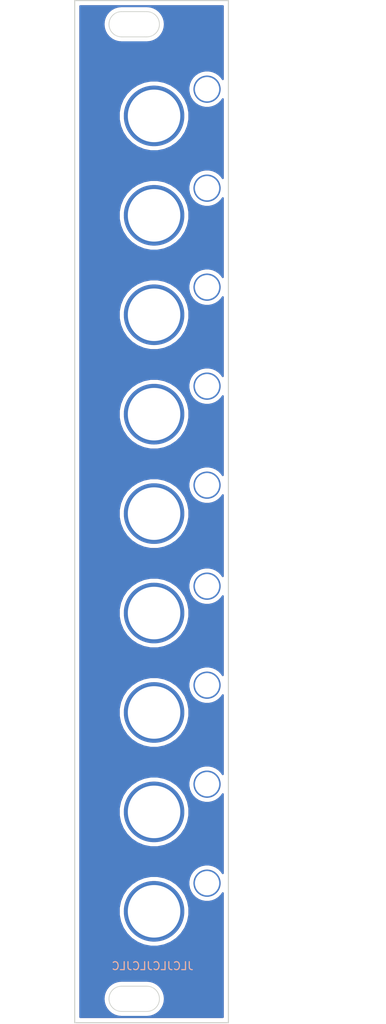
<source format=kicad_pcb>
(kicad_pcb (version 20171130) (host pcbnew "(5.1.5-0)")

  (general
    (thickness 1.6)
    (drawings 231)
    (tracks 0)
    (zones 0)
    (modules 20)
    (nets 1)
  )

  (page A4)
  (layers
    (0 F.Cu signal hide)
    (31 B.Cu signal hide)
    (32 B.Adhes user)
    (33 F.Adhes user)
    (34 B.Paste user)
    (35 F.Paste user)
    (36 B.SilkS user)
    (37 F.SilkS user)
    (38 B.Mask user)
    (39 F.Mask user)
    (40 Dwgs.User user)
    (41 Cmts.User user)
    (42 Eco1.User user)
    (43 Eco2.User user)
    (44 Edge.Cuts user)
  )

  (setup
    (last_trace_width 0.25)
    (trace_clearance 0.2)
    (zone_clearance 0.508)
    (zone_45_only no)
    (trace_min 0.2)
    (via_size 0.8)
    (via_drill 0.4)
    (via_min_size 0.4)
    (via_min_drill 0.3)
    (uvia_size 0.3)
    (uvia_drill 0.1)
    (uvias_allowed no)
    (uvia_min_size 0.2)
    (uvia_min_drill 0.1)
    (edge_width 0.05)
    (segment_width 0.2)
    (pcb_text_width 0.3)
    (pcb_text_size 1.5 1.5)
    (mod_edge_width 0.12)
    (mod_text_size 1 1)
    (mod_text_width 0.15)
    (pad_size 1.524 1.524)
    (pad_drill 0.762)
    (pad_to_mask_clearance 0.051)
    (solder_mask_min_width 0.25)
    (aux_axis_origin 0 0)
    (visible_elements FFFFFF7F)
    (pcbplotparams
      (layerselection 0x010f0_ffffffff)
      (usegerberextensions false)
      (usegerberattributes false)
      (usegerberadvancedattributes false)
      (creategerberjobfile false)
      (excludeedgelayer true)
      (linewidth 0.100000)
      (plotframeref false)
      (viasonmask false)
      (mode 1)
      (useauxorigin false)
      (hpglpennumber 1)
      (hpglpenspeed 20)
      (hpglpendiameter 15.000000)
      (psnegative false)
      (psa4output false)
      (plotreference true)
      (plotvalue false)
      (plotinvisibletext false)
      (padsonsilk true)
      (subtractmaskfromsilk false)
      (outputformat 1)
      (mirror false)
      (drillshape 0)
      (scaleselection 1)
      (outputdirectory "panel01e/"))
  )

  (net 0 "")

  (net_class Default "これはデフォルトのネット クラスです。"
    (clearance 0.2)
    (trace_width 0.25)
    (via_dia 0.8)
    (via_drill 0.4)
    (uvia_dia 0.3)
    (uvia_drill 0.1)
  )

  (module 4ms_Faceplate:Faceplate_Hole_LED_3mm (layer F.Cu) (tedit 5AECAFDA) (tstamp 5FC01F86)
    (at 26.67 -18.288)
    (fp_text reference REF** (at 0 3.937) (layer F.Fab) hide
      (effects (font (size 1 1) (thickness 0.15)))
    )
    (fp_text value Faceplate_Hole_LED_3mm (at 0.09 2.46) (layer F.Fab) hide
      (effects (font (size 1 1) (thickness 0.15)))
    )
    (fp_line (start 0 -0.508) (end 0 0.508) (layer F.Fab) (width 0.15))
    (fp_line (start -0.508 0) (end 0.508 0) (layer F.Fab) (width 0.15))
    (pad 1 thru_hole circle (at 0 0 90) (size 3.429 3.429) (drill 3.048) (layers *.Cu *.Mask))
  )

  (module 4ms_Faceplate:Faceplate_Hole_LED_3mm (layer F.Cu) (tedit 5AECAFDA) (tstamp 5FC01F67)
    (at 26.67 -30.734)
    (fp_text reference REF** (at 0 3.937) (layer F.Fab) hide
      (effects (font (size 1 1) (thickness 0.15)))
    )
    (fp_text value Faceplate_Hole_LED_3mm (at 0.09 2.46) (layer F.Fab) hide
      (effects (font (size 1 1) (thickness 0.15)))
    )
    (fp_line (start 0 -0.508) (end 0 0.508) (layer F.Fab) (width 0.15))
    (fp_line (start -0.508 0) (end 0.508 0) (layer F.Fab) (width 0.15))
    (pad 1 thru_hole circle (at 0 0 90) (size 3.429 3.429) (drill 3.048) (layers *.Cu *.Mask))
  )

  (module 4ms_Faceplate:Faceplate_Hole_LED_3mm (layer F.Cu) (tedit 5AECAFDA) (tstamp 5FC01F48)
    (at 26.67 -43.18)
    (fp_text reference REF** (at 0 3.937) (layer F.Fab) hide
      (effects (font (size 1 1) (thickness 0.15)))
    )
    (fp_text value Faceplate_Hole_LED_3mm (at 0.09 2.46) (layer F.Fab) hide
      (effects (font (size 1 1) (thickness 0.15)))
    )
    (fp_line (start 0 -0.508) (end 0 0.508) (layer F.Fab) (width 0.15))
    (fp_line (start -0.508 0) (end 0.508 0) (layer F.Fab) (width 0.15))
    (pad 1 thru_hole circle (at 0 0 90) (size 3.429 3.429) (drill 3.048) (layers *.Cu *.Mask))
  )

  (module 4ms_Faceplate:Faceplate_Hole_LED_3mm (layer F.Cu) (tedit 5AECAFDA) (tstamp 5FC01F29)
    (at 26.67 -55.626)
    (fp_text reference REF** (at 0 3.937) (layer F.Fab) hide
      (effects (font (size 1 1) (thickness 0.15)))
    )
    (fp_text value Faceplate_Hole_LED_3mm (at 0.09 2.46) (layer F.Fab) hide
      (effects (font (size 1 1) (thickness 0.15)))
    )
    (fp_line (start 0 -0.508) (end 0 0.508) (layer F.Fab) (width 0.15))
    (fp_line (start -0.508 0) (end 0.508 0) (layer F.Fab) (width 0.15))
    (pad 1 thru_hole circle (at 0 0 90) (size 3.429 3.429) (drill 3.048) (layers *.Cu *.Mask))
  )

  (module 4ms_Faceplate:Faceplate_Hole_LED_3mm (layer F.Cu) (tedit 5AECAFDA) (tstamp 5FC01F0A)
    (at 26.67 -68.326)
    (fp_text reference REF** (at 0 3.937) (layer F.Fab) hide
      (effects (font (size 1 1) (thickness 0.15)))
    )
    (fp_text value Faceplate_Hole_LED_3mm (at 0.09 2.46) (layer F.Fab) hide
      (effects (font (size 1 1) (thickness 0.15)))
    )
    (fp_line (start 0 -0.508) (end 0 0.508) (layer F.Fab) (width 0.15))
    (fp_line (start -0.508 0) (end 0.508 0) (layer F.Fab) (width 0.15))
    (pad 1 thru_hole circle (at 0 0 90) (size 3.429 3.429) (drill 3.048) (layers *.Cu *.Mask))
  )

  (module 4ms_Faceplate:Faceplate_Hole_LED_3mm (layer F.Cu) (tedit 5AECAFDA) (tstamp 5FC01EEB)
    (at 26.67 -80.772)
    (fp_text reference REF** (at 0 3.937) (layer F.Fab) hide
      (effects (font (size 1 1) (thickness 0.15)))
    )
    (fp_text value Faceplate_Hole_LED_3mm (at 0.09 2.46) (layer F.Fab) hide
      (effects (font (size 1 1) (thickness 0.15)))
    )
    (fp_line (start 0 -0.508) (end 0 0.508) (layer F.Fab) (width 0.15))
    (fp_line (start -0.508 0) (end 0.508 0) (layer F.Fab) (width 0.15))
    (pad 1 thru_hole circle (at 0 0 90) (size 3.429 3.429) (drill 3.048) (layers *.Cu *.Mask))
  )

  (module 4ms_Faceplate:Faceplate_Hole_LED_3mm (layer F.Cu) (tedit 5AECAFDA) (tstamp 5FC01ECC)
    (at 26.67 -93.218)
    (fp_text reference REF** (at 0 3.937) (layer F.Fab) hide
      (effects (font (size 1 1) (thickness 0.15)))
    )
    (fp_text value Faceplate_Hole_LED_3mm (at 0.09 2.46) (layer F.Fab) hide
      (effects (font (size 1 1) (thickness 0.15)))
    )
    (fp_line (start 0 -0.508) (end 0 0.508) (layer F.Fab) (width 0.15))
    (fp_line (start -0.508 0) (end 0.508 0) (layer F.Fab) (width 0.15))
    (pad 1 thru_hole circle (at 0 0 90) (size 3.429 3.429) (drill 3.048) (layers *.Cu *.Mask))
  )

  (module 4ms_Faceplate:Faceplate_Hole_LED_3mm (layer F.Cu) (tedit 5AECAFDA) (tstamp 5FC01EAD)
    (at 26.67 -105.664)
    (fp_text reference REF** (at 0 3.937) (layer F.Fab) hide
      (effects (font (size 1 1) (thickness 0.15)))
    )
    (fp_text value Faceplate_Hole_LED_3mm (at 0.09 2.46) (layer F.Fab) hide
      (effects (font (size 1 1) (thickness 0.15)))
    )
    (fp_line (start 0 -0.508) (end 0 0.508) (layer F.Fab) (width 0.15))
    (fp_line (start -0.508 0) (end 0.508 0) (layer F.Fab) (width 0.15))
    (pad 1 thru_hole circle (at 0 0 90) (size 3.429 3.429) (drill 3.048) (layers *.Cu *.Mask))
  )

  (module 4ms_Faceplate:Faceplate_Hole_LED_3mm (layer F.Cu) (tedit 5AECAFDA) (tstamp 5FC01E8E)
    (at 26.67 -118.11)
    (fp_text reference REF** (at 0 3.937) (layer F.Fab) hide
      (effects (font (size 1 1) (thickness 0.15)))
    )
    (fp_text value Faceplate_Hole_LED_3mm (at 0.09 2.46) (layer F.Fab) hide
      (effects (font (size 1 1) (thickness 0.15)))
    )
    (fp_line (start 0 -0.508) (end 0 0.508) (layer F.Fab) (width 0.15))
    (fp_line (start -0.508 0) (end 0.508 0) (layer F.Fab) (width 0.15))
    (pad 1 thru_hole circle (at 0 0 90) (size 3.429 3.429) (drill 3.048) (layers *.Cu *.Mask))
  )

  (module 4ms_Faceplate:Faceplate_Hole_Jack_3.5mm locked (layer F.Cu) (tedit 5A7E50AF) (tstamp 5F943CB3)
    (at 20 -14.75)
    (fp_text reference REF** (at 0.41 4.84) (layer F.Fab) hide
      (effects (font (size 1 1) (thickness 0.15)))
    )
    (fp_text value GND (at 0.27 6.16) (layer F.Fab) hide
      (effects (font (size 1 1) (thickness 0.15)))
    )
    (fp_line (start 0 -0.508) (end 0 0.508) (layer F.Fab) (width 0.15))
    (fp_line (start -0.508 0) (end 0.508 0) (layer F.Fab) (width 0.15))
    (pad 1 thru_hole circle (at 0 0) (size 7.62 7.62) (drill 6.604) (layers *.Cu *.Mask))
  )

  (module 4ms_Faceplate:Faceplate_Hole_Jack_3.5mm locked (layer F.Cu) (tedit 5A7E50AF) (tstamp 5F943C94)
    (at 20 -27.25)
    (fp_text reference REF** (at 0.41 4.84) (layer F.Fab) hide
      (effects (font (size 1 1) (thickness 0.15)))
    )
    (fp_text value GND (at 0.27 6.16) (layer F.Fab) hide
      (effects (font (size 1 1) (thickness 0.15)))
    )
    (fp_line (start 0 -0.508) (end 0 0.508) (layer F.Fab) (width 0.15))
    (fp_line (start -0.508 0) (end 0.508 0) (layer F.Fab) (width 0.15))
    (pad 1 thru_hole circle (at 0 0) (size 7.62 7.62) (drill 6.604) (layers *.Cu *.Mask))
  )

  (module 4ms_Faceplate:Faceplate_Hole_Jack_3.5mm locked (layer F.Cu) (tedit 5A7E50AF) (tstamp 5F943C75)
    (at 20 -39.75)
    (fp_text reference REF** (at 0.41 4.84) (layer F.Fab) hide
      (effects (font (size 1 1) (thickness 0.15)))
    )
    (fp_text value GND (at 0.27 6.16) (layer F.Fab) hide
      (effects (font (size 1 1) (thickness 0.15)))
    )
    (fp_line (start 0 -0.508) (end 0 0.508) (layer F.Fab) (width 0.15))
    (fp_line (start -0.508 0) (end 0.508 0) (layer F.Fab) (width 0.15))
    (pad 1 thru_hole circle (at 0 0) (size 7.62 7.62) (drill 6.604) (layers *.Cu *.Mask))
  )

  (module 4ms_Faceplate:Faceplate_Hole_Jack_3.5mm locked (layer F.Cu) (tedit 5A7E50AF) (tstamp 5F943C56)
    (at 20 -52.25)
    (fp_text reference REF** (at 0.41 4.84) (layer F.Fab) hide
      (effects (font (size 1 1) (thickness 0.15)))
    )
    (fp_text value GND (at 0.27 6.16) (layer F.Fab) hide
      (effects (font (size 1 1) (thickness 0.15)))
    )
    (fp_line (start 0 -0.508) (end 0 0.508) (layer F.Fab) (width 0.15))
    (fp_line (start -0.508 0) (end 0.508 0) (layer F.Fab) (width 0.15))
    (pad 1 thru_hole circle (at 0 0) (size 7.62 7.62) (drill 6.604) (layers *.Cu *.Mask))
  )

  (module 4ms_Faceplate:Faceplate_Hole_Jack_3.5mm locked (layer F.Cu) (tedit 5A7E50AF) (tstamp 5F943C37)
    (at 20 -64.75)
    (fp_text reference REF** (at 0.41 4.84) (layer F.Fab) hide
      (effects (font (size 1 1) (thickness 0.15)))
    )
    (fp_text value GND (at 0.27 6.16) (layer F.Fab) hide
      (effects (font (size 1 1) (thickness 0.15)))
    )
    (fp_line (start 0 -0.508) (end 0 0.508) (layer F.Fab) (width 0.15))
    (fp_line (start -0.508 0) (end 0.508 0) (layer F.Fab) (width 0.15))
    (pad 1 thru_hole circle (at 0 0) (size 7.62 7.62) (drill 6.604) (layers *.Cu *.Mask))
  )

  (module 4ms_Faceplate:Faceplate_Hole_Jack_3.5mm locked (layer F.Cu) (tedit 5A7E50AF) (tstamp 5F943C18)
    (at 20 -77.25)
    (fp_text reference REF** (at 0.41 4.84) (layer F.Fab) hide
      (effects (font (size 1 1) (thickness 0.15)))
    )
    (fp_text value GND (at 0.27 6.16) (layer F.Fab) hide
      (effects (font (size 1 1) (thickness 0.15)))
    )
    (fp_line (start 0 -0.508) (end 0 0.508) (layer F.Fab) (width 0.15))
    (fp_line (start -0.508 0) (end 0.508 0) (layer F.Fab) (width 0.15))
    (pad 1 thru_hole circle (at 0 0) (size 7.62 7.62) (drill 6.604) (layers *.Cu *.Mask))
  )

  (module 4ms_Faceplate:Faceplate_Hole_Jack_3.5mm locked (layer F.Cu) (tedit 5A7E50AF) (tstamp 5F943BF9)
    (at 20 -89.75)
    (fp_text reference REF** (at 0.41 4.84) (layer F.Fab) hide
      (effects (font (size 1 1) (thickness 0.15)))
    )
    (fp_text value GND (at 0.27 6.16) (layer F.Fab) hide
      (effects (font (size 1 1) (thickness 0.15)))
    )
    (fp_line (start 0 -0.508) (end 0 0.508) (layer F.Fab) (width 0.15))
    (fp_line (start -0.508 0) (end 0.508 0) (layer F.Fab) (width 0.15))
    (pad 1 thru_hole circle (at 0 0) (size 7.62 7.62) (drill 6.604) (layers *.Cu *.Mask))
  )

  (module 4ms_Faceplate:Faceplate_Hole_Jack_3.5mm locked (layer F.Cu) (tedit 5A7E50AF) (tstamp 5F943BDA)
    (at 20 -102.25)
    (fp_text reference REF** (at 0.41 4.84) (layer F.Fab) hide
      (effects (font (size 1 1) (thickness 0.15)))
    )
    (fp_text value GND (at 0.27 6.16) (layer F.Fab) hide
      (effects (font (size 1 1) (thickness 0.15)))
    )
    (fp_line (start 0 -0.508) (end 0 0.508) (layer F.Fab) (width 0.15))
    (fp_line (start -0.508 0) (end 0.508 0) (layer F.Fab) (width 0.15))
    (pad 1 thru_hole circle (at 0 0) (size 7.62 7.62) (drill 6.604) (layers *.Cu *.Mask))
  )

  (module 4ms_Faceplate:Faceplate_Hole_Jack_3.5mm locked (layer F.Cu) (tedit 5A7E50AF) (tstamp 5F943BBB)
    (at 20 -114.75)
    (fp_text reference REF** (at 0.41 4.84) (layer F.Fab) hide
      (effects (font (size 1 1) (thickness 0.15)))
    )
    (fp_text value GND (at 0.27 6.16) (layer F.Fab) hide
      (effects (font (size 1 1) (thickness 0.15)))
    )
    (fp_line (start 0 -0.508) (end 0 0.508) (layer F.Fab) (width 0.15))
    (fp_line (start -0.508 0) (end 0.508 0) (layer F.Fab) (width 0.15))
    (pad 1 thru_hole circle (at 0 0) (size 7.62 7.62) (drill 6.604) (layers *.Cu *.Mask))
  )

  (module 4ms_Faceplate:Faceplate_Rail_Mount_Slot (layer F.Cu) (tedit 5A7E37F6) (tstamp 5F94CB7A)
    (at 17.5 -3.75)
    (fp_text reference REF** (at 0.13 4.37) (layer F.Fab) hide
      (effects (font (size 1 1) (thickness 0.15)))
    )
    (fp_text value Rail_mount_slot (at 0.381 2.54) (layer F.Fab) hide
      (effects (font (size 1 1) (thickness 0.15)))
    )
    (fp_line (start -1.5875 -1.5875) (end 1.5875 -1.5875) (layer Edge.Cuts) (width 0.1))
    (fp_arc (start -1.5875 0) (end -1.5875 1.5875) (angle 180) (layer Edge.Cuts) (width 0.1))
    (fp_arc (start 1.5875 0) (end 1.5875 -1.5875) (angle 180) (layer Edge.Cuts) (width 0.1))
    (fp_line (start -1.5875 1.5875) (end 1.5875 1.5875) (layer Edge.Cuts) (width 0.1))
  )

  (module 4ms_Faceplate:Faceplate_Rail_Mount_Slot (layer F.Cu) (tedit 5A7E37F6) (tstamp 5F94CB0E)
    (at 17.5 -126.27)
    (fp_text reference REF** (at 0.13 4.37) (layer F.Fab) hide
      (effects (font (size 1 1) (thickness 0.15)))
    )
    (fp_text value Rail_mount_slot (at 0.381 2.54) (layer F.Fab) hide
      (effects (font (size 1 1) (thickness 0.15)))
    )
    (fp_line (start -1.5875 -1.5875) (end 1.5875 -1.5875) (layer Edge.Cuts) (width 0.1))
    (fp_arc (start -1.5875 0) (end -1.5875 1.5875) (angle 180) (layer Edge.Cuts) (width 0.1))
    (fp_arc (start 1.5875 0) (end 1.5875 -1.5875) (angle 180) (layer Edge.Cuts) (width 0.1))
    (fp_line (start -1.5875 1.5875) (end 1.5875 1.5875) (layer Edge.Cuts) (width 0.1))
  )

  (gr_text JLCJLCJLCJLC (at 19.812 -7.874) (layer B.SilkS)
    (effects (font (size 1 1) (thickness 0.15)) (justify mirror))
  )
  (gr_line (start 29.358 -129.25) (end 10.008 -129.25) (layer Edge.Cuts) (width 0.14))
  (gr_line (start 49.1236 -119.38) (end 10.4394 -119.38) (layer Dwgs.User) (width 0.15))
  (gr_line (start 49.1236 -10.5156) (end 49.1236 -119.38) (layer Dwgs.User) (width 0.15))
  (gr_line (start 10.4394 -10.5156) (end 49.1236 -10.5156) (layer Dwgs.User) (width 0.15))
  (gr_line (start 10.4394 -119.38) (end 10.4394 -10.5156) (layer Dwgs.User) (width 0.15))
  (gr_line (start 10.008 -129.25) (end 10.008 -0.75) (layer Edge.Cuts) (width 0.14))
  (gr_line (start 10.008 -0.75) (end 29.358 -0.75) (layer Edge.Cuts) (width 0.14))
  (gr_line (start 29.358 -0.75) (end 29.358 -129.25) (layer Edge.Cuts) (width 0.14))
  (gr_line (start 4.245 -8.624) (end 4.245 -8.624) (layer Dwgs.User) (width 0.6))
  (gr_line (start 4.579 -8.723) (end 4.579 -8.723) (layer Dwgs.User) (width 0.6))
  (gr_line (start 4.762 -8.808) (end 4.762 -8.808) (layer Dwgs.User) (width 0.6))
  (gr_line (start 4.503 -8.263) (end 4.503 -8.263) (layer Dwgs.User) (width 0.6))
  (gr_line (start 4.404 -8.174) (end 4.404 -8.174) (layer Dwgs.User) (width 0.6))
  (gr_line (start 4.167 -8.214) (end 4.167 -8.214) (layer Dwgs.User) (width 0.6))
  (gr_line (start 3.975 -8.181) (end 3.975 -8.181) (layer Dwgs.User) (width 0.6))
  (gr_line (start 4.055 -7.737) (end 4.055 -7.737) (layer Dwgs.User) (width 0.6))
  (gr_line (start 3.749 -7.483) (end 3.749 -7.483) (layer Dwgs.User) (width 0.6))
  (gr_line (start 3.557 -7.498) (end 3.557 -7.498) (layer Dwgs.User) (width 0.6))
  (gr_line (start 3.795 -7.287) (end 3.795 -7.287) (layer Dwgs.User) (width 0.6))
  (gr_line (start 3.969 -7.076) (end 3.969 -7.076) (layer Dwgs.User) (width 0.6))
  (gr_line (start 4.059 -7.165) (end 4.059 -7.165) (layer Dwgs.User) (width 0.6))
  (gr_line (start 4.145 -7.291) (end 4.145 -7.291) (layer Dwgs.User) (width 0.6))
  (gr_line (start 4.271 -7.312) (end 4.271 -7.312) (layer Dwgs.User) (width 0.6))
  (gr_line (start 4.36 -7.185) (end 4.36 -7.185) (layer Dwgs.User) (width 0.6))
  (gr_line (start 4.663 -7.089) (end 4.663 -7.089) (layer Dwgs.User) (width 0.6))
  (gr_line (start 4.762 -7.396) (end 4.762 -7.396) (layer Dwgs.User) (width 0.6))
  (gr_line (start 4.484 -7.769) (end 4.484 -7.769) (layer Dwgs.User) (width 0.6))
  (gr_line (start 4.663 -8.181) (end 4.663 -8.181) (layer Dwgs.User) (width 0.6))
  (gr_line (start 3.637 -8.723) (end 3.637 -8.723) (layer Dwgs.User) (width 0.6))
  (gr_line (start 3.392 -8.911) (end 3.392 -8.911) (layer Dwgs.User) (width 0.6))
  (gr_line (start 3.153 -8.686) (end 3.153 -8.686) (layer Dwgs.User) (width 0.6))
  (gr_line (start 3.027 -8.777) (end 3.027 -8.777) (layer Dwgs.User) (width 0.6))
  (gr_line (start 2.897 -8.772) (end 2.897 -8.772) (layer Dwgs.User) (width 0.6))
  (gr_line (start 2.783 -8.898) (end 2.783 -8.898) (layer Dwgs.User) (width 0.6))
  (gr_line (start 3.041 -9.173) (end 3.041 -9.173) (layer Dwgs.User) (width 0.6))
  (gr_line (start 2.897 -9.29) (end 2.897 -9.29) (layer Dwgs.User) (width 0.6))
  (gr_line (start 2.897 -9.536) (end 2.897 -9.536) (layer Dwgs.User) (width 0.6))
  (gr_line (start 3.144 -9.539) (end 3.144 -9.539) (layer Dwgs.User) (width 0.6))
  (gr_line (start 2.946 -9.999) (end 2.946 -9.999) (layer Dwgs.User) (width 0.6))
  (gr_line (start 2.787 -10.082) (end 2.787 -10.082) (layer Dwgs.User) (width 0.6))
  (gr_line (start 2.611 -9.796) (end 2.611 -9.796) (layer Dwgs.User) (width 0.6))
  (gr_line (start 2.611 -9.622) (end 2.611 -9.622) (layer Dwgs.User) (width 0.6))
  (gr_line (start 2.314 -9.622) (end 2.314 -9.622) (layer Dwgs.User) (width 0.6))
  (gr_line (start 2.379 -9.435) (end 2.379 -9.435) (layer Dwgs.User) (width 0.6))
  (gr_line (start 2.34 -9.168) (end 2.34 -9.168) (layer Dwgs.User) (width 0.6))
  (gr_line (start 2.093 -8.898) (end 2.093 -8.898) (layer Dwgs.User) (width 0.6))
  (gr_line (start 1.71 -8.976) (end 1.71 -8.976) (layer Dwgs.User) (width 0.6))
  (gr_line (start 1.468 -9.011) (end 1.468 -9.011) (layer Dwgs.User) (width 0.6))
  (gr_line (start 1.23 -9.097) (end 1.23 -9.097) (layer Dwgs.User) (width 0.6))
  (gr_line (start 1.16 -9.426) (end 1.16 -9.426) (layer Dwgs.User) (width 0.6))
  (gr_line (start 1.468 -9.848) (end 1.468 -9.848) (layer Dwgs.User) (width 0.6))
  (gr_line (start 1.389 -10.237) (end 1.389 -10.237) (layer Dwgs.User) (width 0.6))
  (gr_line (start 1.112 -10.442) (end 1.112 -10.442) (layer Dwgs.User) (width 0.6))
  (gr_line (start 1.85 -10.597) (end 1.85 -10.597) (layer Dwgs.User) (width 0.6))
  (gr_line (start 2.23 -10.433) (end 2.23 -10.433) (layer Dwgs.User) (width 0.6))
  (gr_line (start 2.447 -10.513) (end 2.447 -10.513) (layer Dwgs.User) (width 0.6))
  (gr_line (start 2.41 -10.208) (end 2.41 -10.208) (layer Dwgs.User) (width 0.6))
  (gr_line (start 2.274 -10.119) (end 2.274 -10.119) (layer Dwgs.User) (width 0.6))
  (gr_line (start 2.323 -11.041) (end 2.323 -11.041) (layer Dwgs.User) (width 0.6))
  (gr_line (start 2.48 -11.336) (end 2.48 -11.336) (layer Dwgs.User) (width 0.6))
  (gr_line (start 2.615 -11.336) (end 2.615 -11.336) (layer Dwgs.User) (width 0.6))
  (gr_line (start 3.003 -10.888) (end 3.003 -10.888) (layer Dwgs.User) (width 0.6))
  (gr_line (start 3.272 -10.915) (end 3.272 -10.915) (layer Dwgs.User) (width 0.6))
  (gr_line (start 3.526 -10.915) (end 3.526 -10.915) (layer Dwgs.User) (width 0.6))
  (gr_line (start 3.653 -10.888) (end 3.653 -10.888) (layer Dwgs.User) (width 0.6))
  (gr_line (start 3.897 -10.888) (end 3.897 -10.888) (layer Dwgs.User) (width 0.6))
  (gr_line (start 4.008 -10.673) (end 4.008 -10.673) (layer Dwgs.User) (width 0.6))
  (gr_line (start 4.179 -10.734) (end 4.179 -10.734) (layer Dwgs.User) (width 0.6))
  (gr_line (start 4.255 -10.488) (end 4.255 -10.488) (layer Dwgs.User) (width 0.6))
  (gr_line (start 4.094 -10.334) (end 4.094 -10.334) (layer Dwgs.User) (width 0.6))
  (gr_line (start 4.008 -10.208) (end 4.008 -10.208) (layer Dwgs.User) (width 0.6))
  (gr_line (start 4.008 -10.032) (end 4.008 -10.032) (layer Dwgs.User) (width 0.6))
  (gr_line (start 3.549 -9.839) (end 3.549 -9.839) (layer Dwgs.User) (width 0.6))
  (gr_line (start 3.674 -9.586) (end 3.674 -9.586) (layer Dwgs.User) (width 0.6))
  (gr_line (start 3.17 -10.514) (end 3.17 -10.514) (layer Dwgs.User) (width 0.6))
  (gr_line (start 4.591 -10.389) (end 4.591 -10.389) (layer Dwgs.User) (width 0.6))
  (gr_line (start 4.79 -10.288) (end 4.79 -10.288) (layer Dwgs.User) (width 0.6))
  (gr_line (start 4.591 -10.648) (end 4.591 -10.648) (layer Dwgs.User) (width 0.6))
  (gr_line (start 4.516 -11.041) (end 4.516 -11.041) (layer Dwgs.User) (width 0.6))
  (gr_line (start 4.397 -11.245) (end 4.397 -11.245) (layer Dwgs.User) (width 0.6))
  (gr_line (start 4.482 -11.55) (end 4.482 -11.55) (layer Dwgs.User) (width 0.6))
  (gr_line (start 4.75 -9.673) (end 4.75 -9.673) (layer Dwgs.User) (width 0.6))
  (gr_line (start 3.094 -7.691) (end 3.094 -7.691) (layer Dwgs.User) (width 0.6))
  (gr_line (start 3.101 -7.469) (end 3.101 -7.469) (layer Dwgs.User) (width 0.6))
  (gr_line (start 2.743 -7.464) (end 2.743 -7.464) (layer Dwgs.User) (width 0.6))
  (gr_line (start 2.318 -7.39) (end 2.318 -7.39) (layer Dwgs.User) (width 0.6))
  (gr_line (start 2.199 -7.231) (end 2.199 -7.231) (layer Dwgs.User) (width 0.6))
  (gr_line (start 1.905 -7.111) (end 1.905 -7.111) (layer Dwgs.User) (width 0.6))
  (gr_line (start 2.115 -7.563) (end 2.115 -7.563) (layer Dwgs.User) (width 0.6))
  (gr_line (start 1.984 -7.643) (end 1.984 -7.643) (layer Dwgs.User) (width 0.6))
  (gr_line (start 1.854 -7.668) (end 1.854 -7.668) (layer Dwgs.User) (width 0.6))
  (gr_line (start 1.417 -7.661) (end 1.417 -7.661) (layer Dwgs.User) (width 0.6))
  (gr_line (start 1.225 -7.185) (end 1.225 -7.185) (layer Dwgs.User) (width 0.6))
  (gr_line (start 1.638 -6.66) (end 1.638 -6.66) (layer Dwgs.User) (width 0.6))
  (gr_line (start 1.661 -6.061) (end 1.661 -6.061) (layer Dwgs.User) (width 0.6))
  (gr_line (start 1.969 -6.153) (end 1.969 -6.153) (layer Dwgs.User) (width 0.6))
  (gr_line (start 2.547 -6.017) (end 2.547 -6.017) (layer Dwgs.User) (width 0.6))
  (gr_line (start 2.611 -6.209) (end 2.611 -6.209) (layer Dwgs.User) (width 0.6))
  (gr_line (start 2.452 -6.641) (end 2.452 -6.641) (layer Dwgs.User) (width 0.6))
  (gr_line (start 2.397 -6.858) (end 2.397 -6.858) (layer Dwgs.User) (width 0.6))
  (gr_line (start 2.611 -6.858) (end 2.611 -6.858) (layer Dwgs.User) (width 0.6))
  (gr_line (start 3.054 -6.99) (end 3.054 -6.99) (layer Dwgs.User) (width 0.6))
  (gr_line (start 3.547 -6.691) (end 3.547 -6.691) (layer Dwgs.User) (width 0.6))
  (gr_line (start 3.795 -6.894) (end 3.795 -6.894) (layer Dwgs.User) (width 0.6))
  (gr_line (start 3.283 -6.395) (end 3.283 -6.395) (layer Dwgs.User) (width 0.6))
  (gr_line (start 3.283 -6.108) (end 3.283 -6.108) (layer Dwgs.User) (width 0.6))
  (gr_line (start 3.423 -6.108) (end 3.423 -6.108) (layer Dwgs.User) (width 0.6))
  (gr_line (start 3.429 -5.823) (end 3.429 -5.823) (layer Dwgs.User) (width 0.6))
  (gr_line (start 3.27 -5.605) (end 3.27 -5.605) (layer Dwgs.User) (width 0.6))
  (gr_line (start 3.075 -5.525) (end 3.075 -5.525) (layer Dwgs.User) (width 0.6))
  (gr_line (start 2.906 -5.612) (end 2.906 -5.612) (layer Dwgs.User) (width 0.6))
  (gr_line (start 2.547 -5.521) (end 2.547 -5.521) (layer Dwgs.User) (width 0.6))
  (gr_line (start 2.096 -5.553) (end 2.096 -5.553) (layer Dwgs.User) (width 0.6))
  (gr_line (start 1.857 -4.948) (end 1.857 -4.948) (layer Dwgs.User) (width 0.6))
  (gr_line (start 1.551 -4.948) (end 1.551 -4.948) (layer Dwgs.User) (width 0.6))
  (gr_line (start 1.741 -4.573) (end 1.741 -4.573) (layer Dwgs.User) (width 0.6))
  (gr_line (start 1.999 -4.573) (end 1.999 -4.573) (layer Dwgs.User) (width 0.6))
  (gr_line (start 2.125 -4.563) (end 2.125 -4.563) (layer Dwgs.User) (width 0.6))
  (gr_line (start 2.244 -4.392) (end 2.244 -4.392) (layer Dwgs.User) (width 0.6))
  (gr_line (start 1.92 -3.96) (end 1.92 -3.96) (layer Dwgs.User) (width 0.6))
  (gr_line (start 2.192 -3.421) (end 2.192 -3.421) (layer Dwgs.User) (width 0.6))
  (gr_line (start 2.192 -3.049) (end 2.192 -3.049) (layer Dwgs.User) (width 0.6))
  (gr_line (start 2.715 -3.501) (end 2.715 -3.501) (layer Dwgs.User) (width 0.6))
  (gr_line (start 2.804 -3.874) (end 2.804 -3.874) (layer Dwgs.User) (width 0.6))
  (gr_line (start 2.636 -3.96) (end 2.636 -3.96) (layer Dwgs.User) (width 0.6))
  (gr_line (start 3.123 -3.789) (end 3.123 -3.789) (layer Dwgs.User) (width 0.6))
  (gr_line (start 3.143 -3.627) (end 3.143 -3.627) (layer Dwgs.User) (width 0.6))
  (gr_line (start 3.269 -3.572) (end 3.269 -3.572) (layer Dwgs.User) (width 0.6))
  (gr_line (start 3.6 -3.401) (end 3.6 -3.401) (layer Dwgs.User) (width 0.6))
  (gr_line (start 4.001 -3.845) (end 4.001 -3.845) (layer Dwgs.User) (width 0.6))
  (gr_line (start 4.401 -3.85) (end 4.401 -3.85) (layer Dwgs.User) (width 0.6))
  (gr_line (start 3.938 -4.266) (end 3.938 -4.266) (layer Dwgs.User) (width 0.6))
  (gr_line (start 3.643 -4.739) (end 3.643 -4.739) (layer Dwgs.User) (width 0.6))
  (gr_line (start 3.795 -4.831) (end 3.795 -4.831) (layer Dwgs.User) (width 0.6))
  (gr_line (start 3.493 -5.351) (end 3.493 -5.351) (layer Dwgs.User) (width 0.6))
  (gr_line (start 3.222 -5.017) (end 3.222 -5.017) (layer Dwgs.User) (width 0.6))
  (gr_line (start 2.804 -5.106) (end 2.804 -5.106) (layer Dwgs.User) (width 0.6))
  (gr_line (start 2.715 -5.017) (end 2.715 -5.017) (layer Dwgs.User) (width 0.6))
  (gr_line (start 2.501 -4.868) (end 2.501 -4.868) (layer Dwgs.User) (width 0.6))
  (gr_line (start 3.123 -4.187) (end 3.123 -4.187) (layer Dwgs.User) (width 0.6))
  (gr_line (start 4.55 -4.84) (end 4.55 -4.84) (layer Dwgs.User) (width 0.6))
  (gr_line (start 4.709 -4.919) (end 4.709 -4.919) (layer Dwgs.User) (width 0.6))
  (gr_line (start 4.798 -4.83) (end 4.798 -4.83) (layer Dwgs.User) (width 0.6))
  (gr_line (start 4.301 -5.579) (end 4.301 -5.579) (layer Dwgs.User) (width 0.6))
  (gr_line (start 4.144 -5.958) (end 4.144 -5.958) (layer Dwgs.User) (width 0.6))
  (gr_line (start 4.026 -6.133) (end 4.026 -6.133) (layer Dwgs.User) (width 0.6))
  (gr_line (start 3.9 -6.053) (end 3.9 -6.053) (layer Dwgs.User) (width 0.6))
  (gr_line (start 4.606 -6.764) (end 4.606 -6.764) (layer Dwgs.User) (width 0.6))
  (gr_line (start 2.611 -8.157) (end 2.611 -8.157) (layer Dwgs.User) (width 0.6))
  (gr_line (start 2.241 -8.096) (end 2.241 -8.096) (layer Dwgs.User) (width 0.6))
  (gr_line (start 2.212 -8.516) (end 2.212 -8.516) (layer Dwgs.User) (width 0.6))
  (gr_line (start 1.731 -8.511) (end 1.731 -8.511) (layer Dwgs.User) (width 0.6))
  (gr_line (start 1.417 -8.516) (end 1.417 -8.516) (layer Dwgs.User) (width 0.6))
  (gr_line (start 2.305 -7.643) (end 2.305 -7.643) (layer Dwgs.User) (width 0.6))
  (gr_line (start 1.192 -4.477) (end 1.192 -4.477) (layer Dwgs.User) (width 0.6))
  (gr_line (start 1.192 -4.235) (end 1.192 -4.235) (layer Dwgs.User) (width 0.6))
  (gr_line (start 1.587 -11.093) (end 1.587 -11.093) (layer Dwgs.User) (width 0.6))
  (gr_line (start 1.723 -11.422) (end 1.723 -11.422) (layer Dwgs.User) (width 0.6))
  (gr_line (start 1.271 -5.473) (end 1.271 -5.473) (layer Dwgs.User) (width 0.61))
  (gr_line (start 1.271 -5.727) (end 1.271 -5.727) (layer Dwgs.User) (width 0.61))
  (gr_line (start 1.271 -5.981) (end 1.271 -5.981) (layer Dwgs.User) (width 0.61))
  (gr_line (start 2.731 -5.436) (end 2.731 -5.436) (layer Dwgs.User) (width 0.61))
  (gr_line (start 2.985 -5.436) (end 2.985 -5.436) (layer Dwgs.User) (width 0.61))
  (gr_line (start 3.239 -5.436) (end 3.239 -5.436) (layer Dwgs.User) (width 0.61))
  (gr_line (start 2.076 -10.119) (end 2.076 -10.119) (layer Dwgs.User) (width 1))
  (gr_line (start 1.826 -10.119) (end 1.826 -10.119) (layer Dwgs.User) (width 1))
  (gr_line (start 1.576 -10.119) (end 1.576 -10.119) (layer Dwgs.User) (width 1))
  (gr_line (start 2.719 -7.96) (end 2.719 -7.96) (layer Dwgs.User) (width 1))
  (gr_line (start 2.969 -7.96) (end 2.969 -7.96) (layer Dwgs.User) (width 1))
  (gr_line (start 3.219 -7.96) (end 3.219 -7.96) (layer Dwgs.User) (width 1))
  (gr_line (start 3.776 -5.743) (end 3.776 -5.743) (layer Dwgs.User) (width 1))
  (gr_line (start 4.026 -5.743) (end 4.026 -5.743) (layer Dwgs.User) (width 1))
  (gr_line (start 4.276 -5.743) (end 4.276 -5.743) (layer Dwgs.User) (width 1))
  (gr_line (start 2.161 -5.743) (end 2.161 -5.743) (layer Dwgs.User) (width 1))
  (gr_line (start 1.911 -5.743) (end 1.911 -5.743) (layer Dwgs.User) (width 1))
  (gr_line (start 1.661 -5.743) (end 1.661 -5.743) (layer Dwgs.User) (width 1))
  (gr_line (start 1.551 -4.358) (end 1.551 -4.358) (layer Dwgs.User) (width 1.016))
  (gr_line (start 1.551 -3.67) (end 1.551 -3.67) (layer Dwgs.User) (width 1.016))
  (gr_line (start 1.551 -2.908) (end 1.551 -2.908) (layer Dwgs.User) (width 1.016))
  (gr_line (start 1.551 -2.22) (end 1.551 -2.22) (layer Dwgs.User) (width 1.016))
  (gr_line (start 1.551 -1.458) (end 1.551 -1.458) (layer Dwgs.User) (width 1.016))
  (gr_line (start 2.501 -1.458) (end 2.501 -1.458) (layer Dwgs.User) (width 1.016))
  (gr_line (start 2.501 -2.22) (end 2.501 -2.22) (layer Dwgs.User) (width 1.016))
  (gr_line (start 2.501 -2.908) (end 2.501 -2.908) (layer Dwgs.User) (width 1.016))
  (gr_line (start 2.501 -3.67) (end 2.501 -3.67) (layer Dwgs.User) (width 1.016))
  (gr_line (start 2.501 -4.358) (end 2.501 -4.358) (layer Dwgs.User) (width 1.016))
  (gr_line (start 2.501 -5.12) (end 2.501 -5.12) (layer Dwgs.User) (width 1.016))
  (gr_line (start 3.451 -5.12) (end 3.451 -5.12) (layer Dwgs.User) (width 1.016))
  (gr_line (start 3.451 -4.358) (end 3.451 -4.358) (layer Dwgs.User) (width 1.016))
  (gr_line (start 3.451 -3.67) (end 3.451 -3.67) (layer Dwgs.User) (width 1.016))
  (gr_line (start 3.451 -2.908) (end 3.451 -2.908) (layer Dwgs.User) (width 1.016))
  (gr_line (start 3.451 -2.22) (end 3.451 -2.22) (layer Dwgs.User) (width 1.016))
  (gr_line (start 3.451 -1.458) (end 3.451 -1.458) (layer Dwgs.User) (width 1.016))
  (gr_line (start 4.401 -1.458) (end 4.401 -1.458) (layer Dwgs.User) (width 1.016))
  (gr_line (start 4.401 -2.22) (end 4.401 -2.22) (layer Dwgs.User) (width 1.016))
  (gr_line (start 4.401 -2.908) (end 4.401 -2.908) (layer Dwgs.User) (width 1.016))
  (gr_line (start 4.401 -3.67) (end 4.401 -3.67) (layer Dwgs.User) (width 1.016))
  (gr_line (start 4.401 -4.358) (end 4.401 -4.358) (layer Dwgs.User) (width 1.016))
  (gr_line (start 4.401 -5.12) (end 4.401 -5.12) (layer Dwgs.User) (width 1.016))
  (gr_line (start 1.551 -5.12) (end 1.551 -5.12) (layer Dwgs.User) (width 1.016))
  (gr_line (start 2.46 -11.551) (end 2.46 -11.551) (layer Dwgs.User) (width 1.016))
  (gr_line (start 2.46 -11.805) (end 2.46 -11.805) (layer Dwgs.User) (width 1.016))
  (gr_line (start 2.714 -11.805) (end 2.714 -11.805) (layer Dwgs.User) (width 1.016))
  (gr_line (start 2.714 -11.551) (end 2.714 -11.551) (layer Dwgs.User) (width 1.016))
  (gr_line (start 2.968 -11.551) (end 2.968 -11.551) (layer Dwgs.User) (width 1.016))
  (gr_line (start 2.968 -11.805) (end 2.968 -11.805) (layer Dwgs.User) (width 1.016))
  (gr_line (start 3.222 -11.805) (end 3.222 -11.805) (layer Dwgs.User) (width 1.016))
  (gr_line (start 3.222 -11.551) (end 3.222 -11.551) (layer Dwgs.User) (width 1.016))
  (gr_line (start 3.476 -11.551) (end 3.476 -11.551) (layer Dwgs.User) (width 1.016))
  (gr_line (start 3.476 -11.805) (end 3.476 -11.805) (layer Dwgs.User) (width 1.016))
  (gr_line (start 1.551 -4.104) (end 1.551 -4.104) (layer Dwgs.User) (width 1.25))
  (gr_line (start 2.501 -4.104) (end 2.501 -4.104) (layer Dwgs.User) (width 1.25))
  (gr_line (start 3.451 -4.104) (end 3.451 -4.104) (layer Dwgs.User) (width 1.25))
  (gr_line (start 4.401 -4.104) (end 4.401 -4.104) (layer Dwgs.User) (width 1.25))
  (gr_line (start 4.401 -2.654) (end 4.401 -2.654) (layer Dwgs.User) (width 1.25))
  (gr_line (start 3.451 -2.654) (end 3.451 -2.654) (layer Dwgs.User) (width 1.25))
  (gr_line (start 2.501 -2.654) (end 2.501 -2.654) (layer Dwgs.User) (width 1.25))
  (gr_line (start 1.551 -2.654) (end 1.551 -2.654) (layer Dwgs.User) (width 1.25))
  (gr_line (start 1.551 -1.204) (end 1.551 -1.204) (layer Dwgs.User) (width 1.25))
  (gr_line (start 2.501 -1.204) (end 2.501 -1.204) (layer Dwgs.User) (width 1.25))
  (gr_line (start 3.451 -1.204) (end 3.451 -1.204) (layer Dwgs.User) (width 1.25))
  (gr_line (start 4.401 -1.204) (end 4.401 -1.204) (layer Dwgs.User) (width 1.25))
  (gr_line (start 2.296 -10.819) (end 2.296 -10.819) (layer Dwgs.User) (width 1.5))
  (gr_line (start 1.356 -10.819) (end 1.356 -10.819) (layer Dwgs.User) (width 1.5))
  (gr_line (start 2.499 -8.66) (end 2.499 -8.66) (layer Dwgs.User) (width 1.5))
  (gr_line (start 3.439 -8.66) (end 3.439 -8.66) (layer Dwgs.User) (width 1.5))
  (gr_line (start 3.556 -6.443) (end 3.556 -6.443) (layer Dwgs.User) (width 1.5))
  (gr_line (start 4.496 -6.443) (end 4.496 -6.443) (layer Dwgs.User) (width 1.5))
  (gr_line (start 2.381 -6.443) (end 2.381 -6.443) (layer Dwgs.User) (width 1.5))
  (gr_line (start 1.441 -6.443) (end 1.441 -6.443) (layer Dwgs.User) (width 1.5))

  (zone (net 0) (net_name "") (layer F.Cu) (tstamp 5F943E1A) (hatch edge 0.508)
    (connect_pads (clearance 0.508))
    (min_thickness 0.254)
    (fill yes (arc_segments 32) (thermal_gap 0.508) (thermal_bridge_width 0.508))
    (polygon
      (pts
        (xy 32.004 2.032) (xy 8.636 2.032) (xy 8.636 -130.302) (xy 32.004 -130.302)
      )
    )
    (filled_polygon
      (pts
        (xy 28.653001 -119.371218) (xy 28.494976 -119.607719) (xy 28.167719 -119.934976) (xy 27.782905 -120.1921) (xy 27.355324 -120.36921)
        (xy 26.901406 -120.4595) (xy 26.438594 -120.4595) (xy 25.984676 -120.36921) (xy 25.557095 -120.1921) (xy 25.172281 -119.934976)
        (xy 24.845024 -119.607719) (xy 24.5879 -119.222905) (xy 24.41079 -118.795324) (xy 24.3205 -118.341406) (xy 24.3205 -117.878594)
        (xy 24.41079 -117.424676) (xy 24.5879 -116.997095) (xy 24.845024 -116.612281) (xy 25.172281 -116.285024) (xy 25.557095 -116.0279)
        (xy 25.984676 -115.85079) (xy 26.438594 -115.7605) (xy 26.901406 -115.7605) (xy 27.355324 -115.85079) (xy 27.782905 -116.0279)
        (xy 28.167719 -116.285024) (xy 28.494976 -116.612281) (xy 28.653001 -116.848782) (xy 28.653001 -106.925218) (xy 28.494976 -107.161719)
        (xy 28.167719 -107.488976) (xy 27.782905 -107.7461) (xy 27.355324 -107.92321) (xy 26.901406 -108.0135) (xy 26.438594 -108.0135)
        (xy 25.984676 -107.92321) (xy 25.557095 -107.7461) (xy 25.172281 -107.488976) (xy 24.845024 -107.161719) (xy 24.5879 -106.776905)
        (xy 24.41079 -106.349324) (xy 24.3205 -105.895406) (xy 24.3205 -105.432594) (xy 24.41079 -104.978676) (xy 24.5879 -104.551095)
        (xy 24.845024 -104.166281) (xy 25.172281 -103.839024) (xy 25.557095 -103.5819) (xy 25.984676 -103.40479) (xy 26.438594 -103.3145)
        (xy 26.901406 -103.3145) (xy 27.355324 -103.40479) (xy 27.782905 -103.5819) (xy 28.167719 -103.839024) (xy 28.494976 -104.166281)
        (xy 28.653001 -104.402782) (xy 28.653001 -94.479218) (xy 28.494976 -94.715719) (xy 28.167719 -95.042976) (xy 27.782905 -95.3001)
        (xy 27.355324 -95.47721) (xy 26.901406 -95.5675) (xy 26.438594 -95.5675) (xy 25.984676 -95.47721) (xy 25.557095 -95.3001)
        (xy 25.172281 -95.042976) (xy 24.845024 -94.715719) (xy 24.5879 -94.330905) (xy 24.41079 -93.903324) (xy 24.3205 -93.449406)
        (xy 24.3205 -92.986594) (xy 24.41079 -92.532676) (xy 24.5879 -92.105095) (xy 24.845024 -91.720281) (xy 25.172281 -91.393024)
        (xy 25.557095 -91.1359) (xy 25.984676 -90.95879) (xy 26.438594 -90.8685) (xy 26.901406 -90.8685) (xy 27.355324 -90.95879)
        (xy 27.782905 -91.1359) (xy 28.167719 -91.393024) (xy 28.494976 -91.720281) (xy 28.653001 -91.956782) (xy 28.653001 -82.033218)
        (xy 28.494976 -82.269719) (xy 28.167719 -82.596976) (xy 27.782905 -82.8541) (xy 27.355324 -83.03121) (xy 26.901406 -83.1215)
        (xy 26.438594 -83.1215) (xy 25.984676 -83.03121) (xy 25.557095 -82.8541) (xy 25.172281 -82.596976) (xy 24.845024 -82.269719)
        (xy 24.5879 -81.884905) (xy 24.41079 -81.457324) (xy 24.3205 -81.003406) (xy 24.3205 -80.540594) (xy 24.41079 -80.086676)
        (xy 24.5879 -79.659095) (xy 24.845024 -79.274281) (xy 25.172281 -78.947024) (xy 25.557095 -78.6899) (xy 25.984676 -78.51279)
        (xy 26.438594 -78.4225) (xy 26.901406 -78.4225) (xy 27.355324 -78.51279) (xy 27.782905 -78.6899) (xy 28.167719 -78.947024)
        (xy 28.494976 -79.274281) (xy 28.653001 -79.510782) (xy 28.653001 -69.587218) (xy 28.494976 -69.823719) (xy 28.167719 -70.150976)
        (xy 27.782905 -70.4081) (xy 27.355324 -70.58521) (xy 26.901406 -70.6755) (xy 26.438594 -70.6755) (xy 25.984676 -70.58521)
        (xy 25.557095 -70.4081) (xy 25.172281 -70.150976) (xy 24.845024 -69.823719) (xy 24.5879 -69.438905) (xy 24.41079 -69.011324)
        (xy 24.3205 -68.557406) (xy 24.3205 -68.094594) (xy 24.41079 -67.640676) (xy 24.5879 -67.213095) (xy 24.845024 -66.828281)
        (xy 25.172281 -66.501024) (xy 25.557095 -66.2439) (xy 25.984676 -66.06679) (xy 26.438594 -65.9765) (xy 26.901406 -65.9765)
        (xy 27.355324 -66.06679) (xy 27.782905 -66.2439) (xy 28.167719 -66.501024) (xy 28.494976 -66.828281) (xy 28.653001 -67.064782)
        (xy 28.653 -56.887218) (xy 28.494976 -57.123719) (xy 28.167719 -57.450976) (xy 27.782905 -57.7081) (xy 27.355324 -57.88521)
        (xy 26.901406 -57.9755) (xy 26.438594 -57.9755) (xy 25.984676 -57.88521) (xy 25.557095 -57.7081) (xy 25.172281 -57.450976)
        (xy 24.845024 -57.123719) (xy 24.5879 -56.738905) (xy 24.41079 -56.311324) (xy 24.3205 -55.857406) (xy 24.3205 -55.394594)
        (xy 24.41079 -54.940676) (xy 24.5879 -54.513095) (xy 24.845024 -54.128281) (xy 25.172281 -53.801024) (xy 25.557095 -53.5439)
        (xy 25.984676 -53.36679) (xy 26.438594 -53.2765) (xy 26.901406 -53.2765) (xy 27.355324 -53.36679) (xy 27.782905 -53.5439)
        (xy 28.167719 -53.801024) (xy 28.494976 -54.128281) (xy 28.653 -54.364782) (xy 28.653 -44.441218) (xy 28.494976 -44.677719)
        (xy 28.167719 -45.004976) (xy 27.782905 -45.2621) (xy 27.355324 -45.43921) (xy 26.901406 -45.5295) (xy 26.438594 -45.5295)
        (xy 25.984676 -45.43921) (xy 25.557095 -45.2621) (xy 25.172281 -45.004976) (xy 24.845024 -44.677719) (xy 24.5879 -44.292905)
        (xy 24.41079 -43.865324) (xy 24.3205 -43.411406) (xy 24.3205 -42.948594) (xy 24.41079 -42.494676) (xy 24.5879 -42.067095)
        (xy 24.845024 -41.682281) (xy 25.172281 -41.355024) (xy 25.557095 -41.0979) (xy 25.984676 -40.92079) (xy 26.438594 -40.8305)
        (xy 26.901406 -40.8305) (xy 27.355324 -40.92079) (xy 27.782905 -41.0979) (xy 28.167719 -41.355024) (xy 28.494976 -41.682281)
        (xy 28.653 -41.918782) (xy 28.653 -31.995219) (xy 28.494976 -32.231719) (xy 28.167719 -32.558976) (xy 27.782905 -32.8161)
        (xy 27.355324 -32.99321) (xy 26.901406 -33.0835) (xy 26.438594 -33.0835) (xy 25.984676 -32.99321) (xy 25.557095 -32.8161)
        (xy 25.172281 -32.558976) (xy 24.845024 -32.231719) (xy 24.5879 -31.846905) (xy 24.41079 -31.419324) (xy 24.3205 -30.965406)
        (xy 24.3205 -30.502594) (xy 24.41079 -30.048676) (xy 24.5879 -29.621095) (xy 24.845024 -29.236281) (xy 25.172281 -28.909024)
        (xy 25.557095 -28.6519) (xy 25.984676 -28.47479) (xy 26.438594 -28.3845) (xy 26.901406 -28.3845) (xy 27.355324 -28.47479)
        (xy 27.782905 -28.6519) (xy 28.167719 -28.909024) (xy 28.494976 -29.236281) (xy 28.653 -29.472781) (xy 28.653 -19.549219)
        (xy 28.494976 -19.785719) (xy 28.167719 -20.112976) (xy 27.782905 -20.3701) (xy 27.355324 -20.54721) (xy 26.901406 -20.6375)
        (xy 26.438594 -20.6375) (xy 25.984676 -20.54721) (xy 25.557095 -20.3701) (xy 25.172281 -20.112976) (xy 24.845024 -19.785719)
        (xy 24.5879 -19.400905) (xy 24.41079 -18.973324) (xy 24.3205 -18.519406) (xy 24.3205 -18.056594) (xy 24.41079 -17.602676)
        (xy 24.5879 -17.175095) (xy 24.845024 -16.790281) (xy 25.172281 -16.463024) (xy 25.557095 -16.2059) (xy 25.984676 -16.02879)
        (xy 26.438594 -15.9385) (xy 26.901406 -15.9385) (xy 27.355324 -16.02879) (xy 27.782905 -16.2059) (xy 28.167719 -16.463024)
        (xy 28.494976 -16.790281) (xy 28.653 -17.026781) (xy 28.653 -1.455) (xy 10.713 -1.455) (xy 10.713 -3.801)
        (xy 13.642858 -3.801) (xy 13.643292 -3.738918) (xy 13.642858 -3.676835) (xy 13.643791 -3.667316) (xy 13.676176 -3.359188)
        (xy 13.688663 -3.298358) (xy 13.700294 -3.237385) (xy 13.703058 -3.228229) (xy 13.794676 -2.932259) (xy 13.818744 -2.875005)
        (xy 13.841993 -2.817461) (xy 13.846483 -2.809016) (xy 13.993844 -2.536478) (xy 14.028556 -2.485015) (xy 14.062556 -2.433058)
        (xy 14.068601 -2.425646) (xy 14.266091 -2.186921) (xy 14.310129 -2.143189) (xy 14.353585 -2.098814) (xy 14.360954 -2.092718)
        (xy 14.601052 -1.8969) (xy 14.652786 -1.862529) (xy 14.703989 -1.827469) (xy 14.712402 -1.822919) (xy 14.985962 -1.677464)
        (xy 15.043363 -1.653805) (xy 15.100429 -1.629347) (xy 15.109565 -1.626519) (xy 15.406167 -1.53697) (xy 15.467071 -1.524911)
        (xy 15.527796 -1.512003) (xy 15.537308 -1.511003) (xy 15.845655 -1.480769) (xy 15.845663 -1.480769) (xy 15.878853 -1.4775)
        (xy 19.121147 -1.4775) (xy 19.155911 -1.480924) (xy 19.176509 -1.480924) (xy 19.186021 -1.481924) (xy 19.493916 -1.51646)
        (xy 19.554614 -1.529362) (xy 19.615547 -1.541427) (xy 19.624683 -1.544255) (xy 19.920007 -1.637937) (xy 19.977133 -1.662421)
        (xy 20.03447 -1.686054) (xy 20.042883 -1.690602) (xy 20.314385 -1.839861) (xy 20.365623 -1.874944) (xy 20.417325 -1.909295)
        (xy 20.424695 -1.915392) (xy 20.662034 -2.114543) (xy 20.705475 -2.158904) (xy 20.749526 -2.202649) (xy 20.755572 -2.21006)
        (xy 20.94971 -2.45152) (xy 20.983706 -2.503472) (xy 21.018422 -2.554941) (xy 21.022913 -2.563386) (xy 21.166454 -2.837955)
        (xy 21.189709 -2.895513) (xy 21.213769 -2.952751) (xy 21.216534 -2.961907) (xy 21.304011 -3.259128) (xy 21.315648 -3.320131)
        (xy 21.328128 -3.380931) (xy 21.329062 -3.390449) (xy 21.357142 -3.699) (xy 21.356708 -3.761083) (xy 21.357142 -3.823165)
        (xy 21.356209 -3.832684) (xy 21.323824 -4.140812) (xy 21.311337 -4.201642) (xy 21.299706 -4.262615) (xy 21.296942 -4.271771)
        (xy 21.205324 -4.567741) (xy 21.181256 -4.624995) (xy 21.158007 -4.682539) (xy 21.153517 -4.690984) (xy 21.006156 -4.963522)
        (xy 20.971434 -5.015) (xy 20.937444 -5.066942) (xy 20.931399 -5.074354) (xy 20.733909 -5.313079) (xy 20.689854 -5.356828)
        (xy 20.646415 -5.401186) (xy 20.639051 -5.407277) (xy 20.639047 -5.407281) (xy 20.639043 -5.407284) (xy 20.398948 -5.6031)
        (xy 20.347214 -5.637471) (xy 20.296011 -5.672531) (xy 20.287598 -5.677081) (xy 20.014038 -5.822536) (xy 19.956608 -5.846207)
        (xy 19.899571 -5.870653) (xy 19.890439 -5.87348) (xy 19.890433 -5.873482) (xy 19.593833 -5.96303) (xy 19.532929 -5.975089)
        (xy 19.472204 -5.987997) (xy 19.462692 -5.988997) (xy 19.154345 -6.019231) (xy 19.154337 -6.019231) (xy 19.121147 -6.0225)
        (xy 15.878853 -6.0225) (xy 15.844089 -6.019076) (xy 15.823491 -6.019076) (xy 15.813979 -6.018076) (xy 15.506084 -5.98354)
        (xy 15.445386 -5.970638) (xy 15.384453 -5.958573) (xy 15.375317 -5.955745) (xy 15.079994 -5.862063) (xy 15.022881 -5.837584)
        (xy 14.96553 -5.813946) (xy 14.95712 -5.809399) (xy 14.957115 -5.809397) (xy 14.957111 -5.809394) (xy 14.685615 -5.660139)
        (xy 14.634351 -5.625038) (xy 14.582675 -5.590704) (xy 14.575305 -5.584608) (xy 14.337965 -5.385456) (xy 14.294508 -5.341079)
        (xy 14.250474 -5.297351) (xy 14.244429 -5.28994) (xy 14.05029 -5.048481) (xy 14.016282 -4.99651) (xy 13.981578 -4.945059)
        (xy 13.977087 -4.936614) (xy 13.833546 -4.662045) (xy 13.810291 -4.604487) (xy 13.786231 -4.547249) (xy 13.783466 -4.538093)
        (xy 13.695989 -4.240873) (xy 13.684349 -4.179856) (xy 13.671872 -4.119069) (xy 13.670938 -4.10955) (xy 13.642858 -3.801)
        (xy 10.713 -3.801) (xy 10.713 -15.187794) (xy 15.555 -15.187794) (xy 15.555 -14.312206) (xy 15.725819 -13.453441)
        (xy 16.060892 -12.644503) (xy 16.547343 -11.916478) (xy 17.166478 -11.297343) (xy 17.894503 -10.810892) (xy 18.703441 -10.475819)
        (xy 19.562206 -10.305) (xy 20.437794 -10.305) (xy 21.296559 -10.475819) (xy 22.105497 -10.810892) (xy 22.833522 -11.297343)
        (xy 23.452657 -11.916478) (xy 23.939108 -12.644503) (xy 24.274181 -13.453441) (xy 24.445 -14.312206) (xy 24.445 -15.187794)
        (xy 24.274181 -16.046559) (xy 23.939108 -16.855497) (xy 23.452657 -17.583522) (xy 22.833522 -18.202657) (xy 22.105497 -18.689108)
        (xy 21.296559 -19.024181) (xy 20.437794 -19.195) (xy 19.562206 -19.195) (xy 18.703441 -19.024181) (xy 17.894503 -18.689108)
        (xy 17.166478 -18.202657) (xy 16.547343 -17.583522) (xy 16.060892 -16.855497) (xy 15.725819 -16.046559) (xy 15.555 -15.187794)
        (xy 10.713 -15.187794) (xy 10.713 -27.687794) (xy 15.555 -27.687794) (xy 15.555 -26.812206) (xy 15.725819 -25.953441)
        (xy 16.060892 -25.144503) (xy 16.547343 -24.416478) (xy 17.166478 -23.797343) (xy 17.894503 -23.310892) (xy 18.703441 -22.975819)
        (xy 19.562206 -22.805) (xy 20.437794 -22.805) (xy 21.296559 -22.975819) (xy 22.105497 -23.310892) (xy 22.833522 -23.797343)
        (xy 23.452657 -24.416478) (xy 23.939108 -25.144503) (xy 24.274181 -25.953441) (xy 24.445 -26.812206) (xy 24.445 -27.687794)
        (xy 24.274181 -28.546559) (xy 23.939108 -29.355497) (xy 23.452657 -30.083522) (xy 22.833522 -30.702657) (xy 22.105497 -31.189108)
        (xy 21.296559 -31.524181) (xy 20.437794 -31.695) (xy 19.562206 -31.695) (xy 18.703441 -31.524181) (xy 17.894503 -31.189108)
        (xy 17.166478 -30.702657) (xy 16.547343 -30.083522) (xy 16.060892 -29.355497) (xy 15.725819 -28.546559) (xy 15.555 -27.687794)
        (xy 10.713 -27.687794) (xy 10.713 -40.187794) (xy 15.555 -40.187794) (xy 15.555 -39.312206) (xy 15.725819 -38.453441)
        (xy 16.060892 -37.644503) (xy 16.547343 -36.916478) (xy 17.166478 -36.297343) (xy 17.894503 -35.810892) (xy 18.703441 -35.475819)
        (xy 19.562206 -35.305) (xy 20.437794 -35.305) (xy 21.296559 -35.475819) (xy 22.105497 -35.810892) (xy 22.833522 -36.297343)
        (xy 23.452657 -36.916478) (xy 23.939108 -37.644503) (xy 24.274181 -38.453441) (xy 24.445 -39.312206) (xy 24.445 -40.187794)
        (xy 24.274181 -41.046559) (xy 23.939108 -41.855497) (xy 23.452657 -42.583522) (xy 22.833522 -43.202657) (xy 22.105497 -43.689108)
        (xy 21.296559 -44.024181) (xy 20.437794 -44.195) (xy 19.562206 -44.195) (xy 18.703441 -44.024181) (xy 17.894503 -43.689108)
        (xy 17.166478 -43.202657) (xy 16.547343 -42.583522) (xy 16.060892 -41.855497) (xy 15.725819 -41.046559) (xy 15.555 -40.187794)
        (xy 10.713 -40.187794) (xy 10.713 -52.687794) (xy 15.555 -52.687794) (xy 15.555 -51.812206) (xy 15.725819 -50.953441)
        (xy 16.060892 -50.144503) (xy 16.547343 -49.416478) (xy 17.166478 -48.797343) (xy 17.894503 -48.310892) (xy 18.703441 -47.975819)
        (xy 19.562206 -47.805) (xy 20.437794 -47.805) (xy 21.296559 -47.975819) (xy 22.105497 -48.310892) (xy 22.833522 -48.797343)
        (xy 23.452657 -49.416478) (xy 23.939108 -50.144503) (xy 24.274181 -50.953441) (xy 24.445 -51.812206) (xy 24.445 -52.687794)
        (xy 24.274181 -53.546559) (xy 23.939108 -54.355497) (xy 23.452657 -55.083522) (xy 22.833522 -55.702657) (xy 22.105497 -56.189108)
        (xy 21.296559 -56.524181) (xy 20.437794 -56.695) (xy 19.562206 -56.695) (xy 18.703441 -56.524181) (xy 17.894503 -56.189108)
        (xy 17.166478 -55.702657) (xy 16.547343 -55.083522) (xy 16.060892 -54.355497) (xy 15.725819 -53.546559) (xy 15.555 -52.687794)
        (xy 10.713 -52.687794) (xy 10.713 -65.187794) (xy 15.555 -65.187794) (xy 15.555 -64.312206) (xy 15.725819 -63.453441)
        (xy 16.060892 -62.644503) (xy 16.547343 -61.916478) (xy 17.166478 -61.297343) (xy 17.894503 -60.810892) (xy 18.703441 -60.475819)
        (xy 19.562206 -60.305) (xy 20.437794 -60.305) (xy 21.296559 -60.475819) (xy 22.105497 -60.810892) (xy 22.833522 -61.297343)
        (xy 23.452657 -61.916478) (xy 23.939108 -62.644503) (xy 24.274181 -63.453441) (xy 24.445 -64.312206) (xy 24.445 -65.187794)
        (xy 24.274181 -66.046559) (xy 23.939108 -66.855497) (xy 23.452657 -67.583522) (xy 22.833522 -68.202657) (xy 22.105497 -68.689108)
        (xy 21.296559 -69.024181) (xy 20.437794 -69.195) (xy 19.562206 -69.195) (xy 18.703441 -69.024181) (xy 17.894503 -68.689108)
        (xy 17.166478 -68.202657) (xy 16.547343 -67.583522) (xy 16.060892 -66.855497) (xy 15.725819 -66.046559) (xy 15.555 -65.187794)
        (xy 10.713 -65.187794) (xy 10.713 -77.687794) (xy 15.555 -77.687794) (xy 15.555 -76.812206) (xy 15.725819 -75.953441)
        (xy 16.060892 -75.144503) (xy 16.547343 -74.416478) (xy 17.166478 -73.797343) (xy 17.894503 -73.310892) (xy 18.703441 -72.975819)
        (xy 19.562206 -72.805) (xy 20.437794 -72.805) (xy 21.296559 -72.975819) (xy 22.105497 -73.310892) (xy 22.833522 -73.797343)
        (xy 23.452657 -74.416478) (xy 23.939108 -75.144503) (xy 24.274181 -75.953441) (xy 24.445 -76.812206) (xy 24.445 -77.687794)
        (xy 24.274181 -78.546559) (xy 23.939108 -79.355497) (xy 23.452657 -80.083522) (xy 22.833522 -80.702657) (xy 22.105497 -81.189108)
        (xy 21.296559 -81.524181) (xy 20.437794 -81.695) (xy 19.562206 -81.695) (xy 18.703441 -81.524181) (xy 17.894503 -81.189108)
        (xy 17.166478 -80.702657) (xy 16.547343 -80.083522) (xy 16.060892 -79.355497) (xy 15.725819 -78.546559) (xy 15.555 -77.687794)
        (xy 10.713 -77.687794) (xy 10.713 -90.187794) (xy 15.555 -90.187794) (xy 15.555 -89.312206) (xy 15.725819 -88.453441)
        (xy 16.060892 -87.644503) (xy 16.547343 -86.916478) (xy 17.166478 -86.297343) (xy 17.894503 -85.810892) (xy 18.703441 -85.475819)
        (xy 19.562206 -85.305) (xy 20.437794 -85.305) (xy 21.296559 -85.475819) (xy 22.105497 -85.810892) (xy 22.833522 -86.297343)
        (xy 23.452657 -86.916478) (xy 23.939108 -87.644503) (xy 24.274181 -88.453441) (xy 24.445 -89.312206) (xy 24.445 -90.187794)
        (xy 24.274181 -91.046559) (xy 23.939108 -91.855497) (xy 23.452657 -92.583522) (xy 22.833522 -93.202657) (xy 22.105497 -93.689108)
        (xy 21.296559 -94.024181) (xy 20.437794 -94.195) (xy 19.562206 -94.195) (xy 18.703441 -94.024181) (xy 17.894503 -93.689108)
        (xy 17.166478 -93.202657) (xy 16.547343 -92.583522) (xy 16.060892 -91.855497) (xy 15.725819 -91.046559) (xy 15.555 -90.187794)
        (xy 10.713 -90.187794) (xy 10.713 -102.687794) (xy 15.555 -102.687794) (xy 15.555 -101.812206) (xy 15.725819 -100.953441)
        (xy 16.060892 -100.144503) (xy 16.547343 -99.416478) (xy 17.166478 -98.797343) (xy 17.894503 -98.310892) (xy 18.703441 -97.975819)
        (xy 19.562206 -97.805) (xy 20.437794 -97.805) (xy 21.296559 -97.975819) (xy 22.105497 -98.310892) (xy 22.833522 -98.797343)
        (xy 23.452657 -99.416478) (xy 23.939108 -100.144503) (xy 24.274181 -100.953441) (xy 24.445 -101.812206) (xy 24.445 -102.687794)
        (xy 24.274181 -103.546559) (xy 23.939108 -104.355497) (xy 23.452657 -105.083522) (xy 22.833522 -105.702657) (xy 22.105497 -106.189108)
        (xy 21.296559 -106.524181) (xy 20.437794 -106.695) (xy 19.562206 -106.695) (xy 18.703441 -106.524181) (xy 17.894503 -106.189108)
        (xy 17.166478 -105.702657) (xy 16.547343 -105.083522) (xy 16.060892 -104.355497) (xy 15.725819 -103.546559) (xy 15.555 -102.687794)
        (xy 10.713 -102.687794) (xy 10.713 -115.187794) (xy 15.555 -115.187794) (xy 15.555 -114.312206) (xy 15.725819 -113.453441)
        (xy 16.060892 -112.644503) (xy 16.547343 -111.916478) (xy 17.166478 -111.297343) (xy 17.894503 -110.810892) (xy 18.703441 -110.475819)
        (xy 19.562206 -110.305) (xy 20.437794 -110.305) (xy 21.296559 -110.475819) (xy 22.105497 -110.810892) (xy 22.833522 -111.297343)
        (xy 23.452657 -111.916478) (xy 23.939108 -112.644503) (xy 24.274181 -113.453441) (xy 24.445 -114.312206) (xy 24.445 -115.187794)
        (xy 24.274181 -116.046559) (xy 23.939108 -116.855497) (xy 23.452657 -117.583522) (xy 22.833522 -118.202657) (xy 22.105497 -118.689108)
        (xy 21.296559 -119.024181) (xy 20.437794 -119.195) (xy 19.562206 -119.195) (xy 18.703441 -119.024181) (xy 17.894503 -118.689108)
        (xy 17.166478 -118.202657) (xy 16.547343 -117.583522) (xy 16.060892 -116.855497) (xy 15.725819 -116.046559) (xy 15.555 -115.187794)
        (xy 10.713 -115.187794) (xy 10.713 -126.321) (xy 13.642858 -126.321) (xy 13.643292 -126.258918) (xy 13.642858 -126.196835)
        (xy 13.643791 -126.187316) (xy 13.676176 -125.879188) (xy 13.688663 -125.818358) (xy 13.700294 -125.757385) (xy 13.703058 -125.748229)
        (xy 13.794676 -125.452259) (xy 13.818744 -125.395005) (xy 13.841993 -125.337461) (xy 13.846483 -125.329016) (xy 13.993844 -125.056478)
        (xy 14.028556 -125.005015) (xy 14.062556 -124.953058) (xy 14.068601 -124.945646) (xy 14.266091 -124.706921) (xy 14.310129 -124.663189)
        (xy 14.353585 -124.618814) (xy 14.360954 -124.612718) (xy 14.601052 -124.4169) (xy 14.652786 -124.382529) (xy 14.703989 -124.347469)
        (xy 14.712402 -124.342919) (xy 14.985962 -124.197464) (xy 15.043363 -124.173805) (xy 15.100429 -124.149347) (xy 15.109565 -124.146519)
        (xy 15.406167 -124.05697) (xy 15.467071 -124.044911) (xy 15.527796 -124.032003) (xy 15.537308 -124.031003) (xy 15.845655 -124.000769)
        (xy 15.845663 -124.000769) (xy 15.878853 -123.9975) (xy 19.121147 -123.9975) (xy 19.155911 -124.000924) (xy 19.176509 -124.000924)
        (xy 19.186021 -124.001924) (xy 19.493916 -124.03646) (xy 19.554614 -124.049362) (xy 19.615547 -124.061427) (xy 19.624683 -124.064255)
        (xy 19.920007 -124.157937) (xy 19.977133 -124.182421) (xy 20.03447 -124.206054) (xy 20.042883 -124.210602) (xy 20.314385 -124.359861)
        (xy 20.365623 -124.394944) (xy 20.417325 -124.429295) (xy 20.424695 -124.435392) (xy 20.662034 -124.634543) (xy 20.705475 -124.678904)
        (xy 20.749526 -124.722649) (xy 20.755572 -124.73006) (xy 20.94971 -124.97152) (xy 20.983706 -125.023472) (xy 21.018422 -125.074941)
        (xy 21.022913 -125.083386) (xy 21.166454 -125.357955) (xy 21.189709 -125.415513) (xy 21.213769 -125.472751) (xy 21.216534 -125.481907)
        (xy 21.304011 -125.779128) (xy 21.315648 -125.840131) (xy 21.328128 -125.900931) (xy 21.329062 -125.910449) (xy 21.357142 -126.219)
        (xy 21.356708 -126.281083) (xy 21.357142 -126.343165) (xy 21.356209 -126.352684) (xy 21.323824 -126.660812) (xy 21.311337 -126.721642)
        (xy 21.299706 -126.782615) (xy 21.296942 -126.791771) (xy 21.205324 -127.087741) (xy 21.181256 -127.144995) (xy 21.158007 -127.202539)
        (xy 21.153517 -127.210984) (xy 21.006156 -127.483522) (xy 20.971434 -127.535) (xy 20.937444 -127.586942) (xy 20.931399 -127.594354)
        (xy 20.733909 -127.833079) (xy 20.689854 -127.876828) (xy 20.646415 -127.921186) (xy 20.639051 -127.927277) (xy 20.639047 -127.927281)
        (xy 20.639043 -127.927284) (xy 20.398948 -128.1231) (xy 20.347214 -128.157471) (xy 20.296011 -128.192531) (xy 20.287598 -128.197081)
        (xy 20.014038 -128.342536) (xy 19.956608 -128.366207) (xy 19.899571 -128.390653) (xy 19.890439 -128.39348) (xy 19.890433 -128.393482)
        (xy 19.593833 -128.48303) (xy 19.532929 -128.495089) (xy 19.472204 -128.507997) (xy 19.462692 -128.508997) (xy 19.154345 -128.539231)
        (xy 19.154337 -128.539231) (xy 19.121147 -128.5425) (xy 15.878853 -128.5425) (xy 15.844089 -128.539076) (xy 15.823491 -128.539076)
        (xy 15.813979 -128.538076) (xy 15.506084 -128.50354) (xy 15.445386 -128.490638) (xy 15.384453 -128.478573) (xy 15.375317 -128.475745)
        (xy 15.079994 -128.382063) (xy 15.022881 -128.357584) (xy 14.96553 -128.333946) (xy 14.95712 -128.329399) (xy 14.957115 -128.329397)
        (xy 14.957111 -128.329394) (xy 14.685615 -128.180139) (xy 14.634351 -128.145038) (xy 14.582675 -128.110704) (xy 14.575305 -128.104608)
        (xy 14.337965 -127.905456) (xy 14.294508 -127.861079) (xy 14.250474 -127.817351) (xy 14.244429 -127.80994) (xy 14.05029 -127.568481)
        (xy 14.016282 -127.51651) (xy 13.981578 -127.465059) (xy 13.977087 -127.456614) (xy 13.833546 -127.182045) (xy 13.810291 -127.124487)
        (xy 13.786231 -127.067249) (xy 13.783466 -127.058093) (xy 13.695989 -126.760873) (xy 13.684349 -126.699856) (xy 13.671872 -126.639069)
        (xy 13.670938 -126.62955) (xy 13.642858 -126.321) (xy 10.713 -126.321) (xy 10.713 -128.545) (xy 28.653001 -128.545)
      )
    )
  )
  (zone (net 0) (net_name "") (layer B.Cu) (tstamp 5F943E17) (hatch edge 0.508)
    (connect_pads (clearance 0.508))
    (min_thickness 0.254)
    (fill yes (arc_segments 32) (thermal_gap 0.508) (thermal_bridge_width 0.508))
    (polygon
      (pts
        (xy 32.766 4.064) (xy 7.874 4.064) (xy 7.874 -132.08) (xy 32.766 -132.08)
      )
    )
    (filled_polygon
      (pts
        (xy 28.653001 -119.371218) (xy 28.494976 -119.607719) (xy 28.167719 -119.934976) (xy 27.782905 -120.1921) (xy 27.355324 -120.36921)
        (xy 26.901406 -120.4595) (xy 26.438594 -120.4595) (xy 25.984676 -120.36921) (xy 25.557095 -120.1921) (xy 25.172281 -119.934976)
        (xy 24.845024 -119.607719) (xy 24.5879 -119.222905) (xy 24.41079 -118.795324) (xy 24.3205 -118.341406) (xy 24.3205 -117.878594)
        (xy 24.41079 -117.424676) (xy 24.5879 -116.997095) (xy 24.845024 -116.612281) (xy 25.172281 -116.285024) (xy 25.557095 -116.0279)
        (xy 25.984676 -115.85079) (xy 26.438594 -115.7605) (xy 26.901406 -115.7605) (xy 27.355324 -115.85079) (xy 27.782905 -116.0279)
        (xy 28.167719 -116.285024) (xy 28.494976 -116.612281) (xy 28.653001 -116.848782) (xy 28.653001 -106.925218) (xy 28.494976 -107.161719)
        (xy 28.167719 -107.488976) (xy 27.782905 -107.7461) (xy 27.355324 -107.92321) (xy 26.901406 -108.0135) (xy 26.438594 -108.0135)
        (xy 25.984676 -107.92321) (xy 25.557095 -107.7461) (xy 25.172281 -107.488976) (xy 24.845024 -107.161719) (xy 24.5879 -106.776905)
        (xy 24.41079 -106.349324) (xy 24.3205 -105.895406) (xy 24.3205 -105.432594) (xy 24.41079 -104.978676) (xy 24.5879 -104.551095)
        (xy 24.845024 -104.166281) (xy 25.172281 -103.839024) (xy 25.557095 -103.5819) (xy 25.984676 -103.40479) (xy 26.438594 -103.3145)
        (xy 26.901406 -103.3145) (xy 27.355324 -103.40479) (xy 27.782905 -103.5819) (xy 28.167719 -103.839024) (xy 28.494976 -104.166281)
        (xy 28.653001 -104.402782) (xy 28.653001 -94.479218) (xy 28.494976 -94.715719) (xy 28.167719 -95.042976) (xy 27.782905 -95.3001)
        (xy 27.355324 -95.47721) (xy 26.901406 -95.5675) (xy 26.438594 -95.5675) (xy 25.984676 -95.47721) (xy 25.557095 -95.3001)
        (xy 25.172281 -95.042976) (xy 24.845024 -94.715719) (xy 24.5879 -94.330905) (xy 24.41079 -93.903324) (xy 24.3205 -93.449406)
        (xy 24.3205 -92.986594) (xy 24.41079 -92.532676) (xy 24.5879 -92.105095) (xy 24.845024 -91.720281) (xy 25.172281 -91.393024)
        (xy 25.557095 -91.1359) (xy 25.984676 -90.95879) (xy 26.438594 -90.8685) (xy 26.901406 -90.8685) (xy 27.355324 -90.95879)
        (xy 27.782905 -91.1359) (xy 28.167719 -91.393024) (xy 28.494976 -91.720281) (xy 28.653001 -91.956782) (xy 28.653001 -82.033218)
        (xy 28.494976 -82.269719) (xy 28.167719 -82.596976) (xy 27.782905 -82.8541) (xy 27.355324 -83.03121) (xy 26.901406 -83.1215)
        (xy 26.438594 -83.1215) (xy 25.984676 -83.03121) (xy 25.557095 -82.8541) (xy 25.172281 -82.596976) (xy 24.845024 -82.269719)
        (xy 24.5879 -81.884905) (xy 24.41079 -81.457324) (xy 24.3205 -81.003406) (xy 24.3205 -80.540594) (xy 24.41079 -80.086676)
        (xy 24.5879 -79.659095) (xy 24.845024 -79.274281) (xy 25.172281 -78.947024) (xy 25.557095 -78.6899) (xy 25.984676 -78.51279)
        (xy 26.438594 -78.4225) (xy 26.901406 -78.4225) (xy 27.355324 -78.51279) (xy 27.782905 -78.6899) (xy 28.167719 -78.947024)
        (xy 28.494976 -79.274281) (xy 28.653001 -79.510782) (xy 28.653001 -69.587218) (xy 28.494976 -69.823719) (xy 28.167719 -70.150976)
        (xy 27.782905 -70.4081) (xy 27.355324 -70.58521) (xy 26.901406 -70.6755) (xy 26.438594 -70.6755) (xy 25.984676 -70.58521)
        (xy 25.557095 -70.4081) (xy 25.172281 -70.150976) (xy 24.845024 -69.823719) (xy 24.5879 -69.438905) (xy 24.41079 -69.011324)
        (xy 24.3205 -68.557406) (xy 24.3205 -68.094594) (xy 24.41079 -67.640676) (xy 24.5879 -67.213095) (xy 24.845024 -66.828281)
        (xy 25.172281 -66.501024) (xy 25.557095 -66.2439) (xy 25.984676 -66.06679) (xy 26.438594 -65.9765) (xy 26.901406 -65.9765)
        (xy 27.355324 -66.06679) (xy 27.782905 -66.2439) (xy 28.167719 -66.501024) (xy 28.494976 -66.828281) (xy 28.653001 -67.064782)
        (xy 28.653 -56.887218) (xy 28.494976 -57.123719) (xy 28.167719 -57.450976) (xy 27.782905 -57.7081) (xy 27.355324 -57.88521)
        (xy 26.901406 -57.9755) (xy 26.438594 -57.9755) (xy 25.984676 -57.88521) (xy 25.557095 -57.7081) (xy 25.172281 -57.450976)
        (xy 24.845024 -57.123719) (xy 24.5879 -56.738905) (xy 24.41079 -56.311324) (xy 24.3205 -55.857406) (xy 24.3205 -55.394594)
        (xy 24.41079 -54.940676) (xy 24.5879 -54.513095) (xy 24.845024 -54.128281) (xy 25.172281 -53.801024) (xy 25.557095 -53.5439)
        (xy 25.984676 -53.36679) (xy 26.438594 -53.2765) (xy 26.901406 -53.2765) (xy 27.355324 -53.36679) (xy 27.782905 -53.5439)
        (xy 28.167719 -53.801024) (xy 28.494976 -54.128281) (xy 28.653 -54.364782) (xy 28.653 -44.441218) (xy 28.494976 -44.677719)
        (xy 28.167719 -45.004976) (xy 27.782905 -45.2621) (xy 27.355324 -45.43921) (xy 26.901406 -45.5295) (xy 26.438594 -45.5295)
        (xy 25.984676 -45.43921) (xy 25.557095 -45.2621) (xy 25.172281 -45.004976) (xy 24.845024 -44.677719) (xy 24.5879 -44.292905)
        (xy 24.41079 -43.865324) (xy 24.3205 -43.411406) (xy 24.3205 -42.948594) (xy 24.41079 -42.494676) (xy 24.5879 -42.067095)
        (xy 24.845024 -41.682281) (xy 25.172281 -41.355024) (xy 25.557095 -41.0979) (xy 25.984676 -40.92079) (xy 26.438594 -40.8305)
        (xy 26.901406 -40.8305) (xy 27.355324 -40.92079) (xy 27.782905 -41.0979) (xy 28.167719 -41.355024) (xy 28.494976 -41.682281)
        (xy 28.653 -41.918782) (xy 28.653 -31.995219) (xy 28.494976 -32.231719) (xy 28.167719 -32.558976) (xy 27.782905 -32.8161)
        (xy 27.355324 -32.99321) (xy 26.901406 -33.0835) (xy 26.438594 -33.0835) (xy 25.984676 -32.99321) (xy 25.557095 -32.8161)
        (xy 25.172281 -32.558976) (xy 24.845024 -32.231719) (xy 24.5879 -31.846905) (xy 24.41079 -31.419324) (xy 24.3205 -30.965406)
        (xy 24.3205 -30.502594) (xy 24.41079 -30.048676) (xy 24.5879 -29.621095) (xy 24.845024 -29.236281) (xy 25.172281 -28.909024)
        (xy 25.557095 -28.6519) (xy 25.984676 -28.47479) (xy 26.438594 -28.3845) (xy 26.901406 -28.3845) (xy 27.355324 -28.47479)
        (xy 27.782905 -28.6519) (xy 28.167719 -28.909024) (xy 28.494976 -29.236281) (xy 28.653 -29.472781) (xy 28.653 -19.549219)
        (xy 28.494976 -19.785719) (xy 28.167719 -20.112976) (xy 27.782905 -20.3701) (xy 27.355324 -20.54721) (xy 26.901406 -20.6375)
        (xy 26.438594 -20.6375) (xy 25.984676 -20.54721) (xy 25.557095 -20.3701) (xy 25.172281 -20.112976) (xy 24.845024 -19.785719)
        (xy 24.5879 -19.400905) (xy 24.41079 -18.973324) (xy 24.3205 -18.519406) (xy 24.3205 -18.056594) (xy 24.41079 -17.602676)
        (xy 24.5879 -17.175095) (xy 24.845024 -16.790281) (xy 25.172281 -16.463024) (xy 25.557095 -16.2059) (xy 25.984676 -16.02879)
        (xy 26.438594 -15.9385) (xy 26.901406 -15.9385) (xy 27.355324 -16.02879) (xy 27.782905 -16.2059) (xy 28.167719 -16.463024)
        (xy 28.494976 -16.790281) (xy 28.653 -17.026781) (xy 28.653 -1.455) (xy 10.713 -1.455) (xy 10.713 -3.801)
        (xy 13.642858 -3.801) (xy 13.643292 -3.738918) (xy 13.642858 -3.676835) (xy 13.643791 -3.667316) (xy 13.676176 -3.359188)
        (xy 13.688663 -3.298358) (xy 13.700294 -3.237385) (xy 13.703058 -3.228229) (xy 13.794676 -2.932259) (xy 13.818744 -2.875005)
        (xy 13.841993 -2.817461) (xy 13.846483 -2.809016) (xy 13.993844 -2.536478) (xy 14.028556 -2.485015) (xy 14.062556 -2.433058)
        (xy 14.068601 -2.425646) (xy 14.266091 -2.186921) (xy 14.310129 -2.143189) (xy 14.353585 -2.098814) (xy 14.360954 -2.092718)
        (xy 14.601052 -1.8969) (xy 14.652786 -1.862529) (xy 14.703989 -1.827469) (xy 14.712402 -1.822919) (xy 14.985962 -1.677464)
        (xy 15.043363 -1.653805) (xy 15.100429 -1.629347) (xy 15.109565 -1.626519) (xy 15.406167 -1.53697) (xy 15.467071 -1.524911)
        (xy 15.527796 -1.512003) (xy 15.537308 -1.511003) (xy 15.845655 -1.480769) (xy 15.845663 -1.480769) (xy 15.878853 -1.4775)
        (xy 19.121147 -1.4775) (xy 19.155911 -1.480924) (xy 19.176509 -1.480924) (xy 19.186021 -1.481924) (xy 19.493916 -1.51646)
        (xy 19.554614 -1.529362) (xy 19.615547 -1.541427) (xy 19.624683 -1.544255) (xy 19.920007 -1.637937) (xy 19.977133 -1.662421)
        (xy 20.03447 -1.686054) (xy 20.042883 -1.690602) (xy 20.314385 -1.839861) (xy 20.365623 -1.874944) (xy 20.417325 -1.909295)
        (xy 20.424695 -1.915392) (xy 20.662034 -2.114543) (xy 20.705475 -2.158904) (xy 20.749526 -2.202649) (xy 20.755572 -2.21006)
        (xy 20.94971 -2.45152) (xy 20.983706 -2.503472) (xy 21.018422 -2.554941) (xy 21.022913 -2.563386) (xy 21.166454 -2.837955)
        (xy 21.189709 -2.895513) (xy 21.213769 -2.952751) (xy 21.216534 -2.961907) (xy 21.304011 -3.259128) (xy 21.315648 -3.320131)
        (xy 21.328128 -3.380931) (xy 21.329062 -3.390449) (xy 21.357142 -3.699) (xy 21.356708 -3.761083) (xy 21.357142 -3.823165)
        (xy 21.356209 -3.832684) (xy 21.323824 -4.140812) (xy 21.311337 -4.201642) (xy 21.299706 -4.262615) (xy 21.296942 -4.271771)
        (xy 21.205324 -4.567741) (xy 21.181256 -4.624995) (xy 21.158007 -4.682539) (xy 21.153517 -4.690984) (xy 21.006156 -4.963522)
        (xy 20.971434 -5.015) (xy 20.937444 -5.066942) (xy 20.931399 -5.074354) (xy 20.733909 -5.313079) (xy 20.689854 -5.356828)
        (xy 20.646415 -5.401186) (xy 20.639051 -5.407277) (xy 20.639047 -5.407281) (xy 20.639043 -5.407284) (xy 20.398948 -5.6031)
        (xy 20.347214 -5.637471) (xy 20.296011 -5.672531) (xy 20.287598 -5.677081) (xy 20.014038 -5.822536) (xy 19.956608 -5.846207)
        (xy 19.899571 -5.870653) (xy 19.890439 -5.87348) (xy 19.890433 -5.873482) (xy 19.593833 -5.96303) (xy 19.532929 -5.975089)
        (xy 19.472204 -5.987997) (xy 19.462692 -5.988997) (xy 19.154345 -6.019231) (xy 19.154337 -6.019231) (xy 19.121147 -6.0225)
        (xy 15.878853 -6.0225) (xy 15.844089 -6.019076) (xy 15.823491 -6.019076) (xy 15.813979 -6.018076) (xy 15.506084 -5.98354)
        (xy 15.445386 -5.970638) (xy 15.384453 -5.958573) (xy 15.375317 -5.955745) (xy 15.079994 -5.862063) (xy 15.022881 -5.837584)
        (xy 14.96553 -5.813946) (xy 14.95712 -5.809399) (xy 14.957115 -5.809397) (xy 14.957111 -5.809394) (xy 14.685615 -5.660139)
        (xy 14.634351 -5.625038) (xy 14.582675 -5.590704) (xy 14.575305 -5.584608) (xy 14.337965 -5.385456) (xy 14.294508 -5.341079)
        (xy 14.250474 -5.297351) (xy 14.244429 -5.28994) (xy 14.05029 -5.048481) (xy 14.016282 -4.99651) (xy 13.981578 -4.945059)
        (xy 13.977087 -4.936614) (xy 13.833546 -4.662045) (xy 13.810291 -4.604487) (xy 13.786231 -4.547249) (xy 13.783466 -4.538093)
        (xy 13.695989 -4.240873) (xy 13.684349 -4.179856) (xy 13.671872 -4.119069) (xy 13.670938 -4.10955) (xy 13.642858 -3.801)
        (xy 10.713 -3.801) (xy 10.713 -15.187794) (xy 15.555 -15.187794) (xy 15.555 -14.312206) (xy 15.725819 -13.453441)
        (xy 16.060892 -12.644503) (xy 16.547343 -11.916478) (xy 17.166478 -11.297343) (xy 17.894503 -10.810892) (xy 18.703441 -10.475819)
        (xy 19.562206 -10.305) (xy 20.437794 -10.305) (xy 21.296559 -10.475819) (xy 22.105497 -10.810892) (xy 22.833522 -11.297343)
        (xy 23.452657 -11.916478) (xy 23.939108 -12.644503) (xy 24.274181 -13.453441) (xy 24.445 -14.312206) (xy 24.445 -15.187794)
        (xy 24.274181 -16.046559) (xy 23.939108 -16.855497) (xy 23.452657 -17.583522) (xy 22.833522 -18.202657) (xy 22.105497 -18.689108)
        (xy 21.296559 -19.024181) (xy 20.437794 -19.195) (xy 19.562206 -19.195) (xy 18.703441 -19.024181) (xy 17.894503 -18.689108)
        (xy 17.166478 -18.202657) (xy 16.547343 -17.583522) (xy 16.060892 -16.855497) (xy 15.725819 -16.046559) (xy 15.555 -15.187794)
        (xy 10.713 -15.187794) (xy 10.713 -27.687794) (xy 15.555 -27.687794) (xy 15.555 -26.812206) (xy 15.725819 -25.953441)
        (xy 16.060892 -25.144503) (xy 16.547343 -24.416478) (xy 17.166478 -23.797343) (xy 17.894503 -23.310892) (xy 18.703441 -22.975819)
        (xy 19.562206 -22.805) (xy 20.437794 -22.805) (xy 21.296559 -22.975819) (xy 22.105497 -23.310892) (xy 22.833522 -23.797343)
        (xy 23.452657 -24.416478) (xy 23.939108 -25.144503) (xy 24.274181 -25.953441) (xy 24.445 -26.812206) (xy 24.445 -27.687794)
        (xy 24.274181 -28.546559) (xy 23.939108 -29.355497) (xy 23.452657 -30.083522) (xy 22.833522 -30.702657) (xy 22.105497 -31.189108)
        (xy 21.296559 -31.524181) (xy 20.437794 -31.695) (xy 19.562206 -31.695) (xy 18.703441 -31.524181) (xy 17.894503 -31.189108)
        (xy 17.166478 -30.702657) (xy 16.547343 -30.083522) (xy 16.060892 -29.355497) (xy 15.725819 -28.546559) (xy 15.555 -27.687794)
        (xy 10.713 -27.687794) (xy 10.713 -40.187794) (xy 15.555 -40.187794) (xy 15.555 -39.312206) (xy 15.725819 -38.453441)
        (xy 16.060892 -37.644503) (xy 16.547343 -36.916478) (xy 17.166478 -36.297343) (xy 17.894503 -35.810892) (xy 18.703441 -35.475819)
        (xy 19.562206 -35.305) (xy 20.437794 -35.305) (xy 21.296559 -35.475819) (xy 22.105497 -35.810892) (xy 22.833522 -36.297343)
        (xy 23.452657 -36.916478) (xy 23.939108 -37.644503) (xy 24.274181 -38.453441) (xy 24.445 -39.312206) (xy 24.445 -40.187794)
        (xy 24.274181 -41.046559) (xy 23.939108 -41.855497) (xy 23.452657 -42.583522) (xy 22.833522 -43.202657) (xy 22.105497 -43.689108)
        (xy 21.296559 -44.024181) (xy 20.437794 -44.195) (xy 19.562206 -44.195) (xy 18.703441 -44.024181) (xy 17.894503 -43.689108)
        (xy 17.166478 -43.202657) (xy 16.547343 -42.583522) (xy 16.060892 -41.855497) (xy 15.725819 -41.046559) (xy 15.555 -40.187794)
        (xy 10.713 -40.187794) (xy 10.713 -52.687794) (xy 15.555 -52.687794) (xy 15.555 -51.812206) (xy 15.725819 -50.953441)
        (xy 16.060892 -50.144503) (xy 16.547343 -49.416478) (xy 17.166478 -48.797343) (xy 17.894503 -48.310892) (xy 18.703441 -47.975819)
        (xy 19.562206 -47.805) (xy 20.437794 -47.805) (xy 21.296559 -47.975819) (xy 22.105497 -48.310892) (xy 22.833522 -48.797343)
        (xy 23.452657 -49.416478) (xy 23.939108 -50.144503) (xy 24.274181 -50.953441) (xy 24.445 -51.812206) (xy 24.445 -52.687794)
        (xy 24.274181 -53.546559) (xy 23.939108 -54.355497) (xy 23.452657 -55.083522) (xy 22.833522 -55.702657) (xy 22.105497 -56.189108)
        (xy 21.296559 -56.524181) (xy 20.437794 -56.695) (xy 19.562206 -56.695) (xy 18.703441 -56.524181) (xy 17.894503 -56.189108)
        (xy 17.166478 -55.702657) (xy 16.547343 -55.083522) (xy 16.060892 -54.355497) (xy 15.725819 -53.546559) (xy 15.555 -52.687794)
        (xy 10.713 -52.687794) (xy 10.713 -65.187794) (xy 15.555 -65.187794) (xy 15.555 -64.312206) (xy 15.725819 -63.453441)
        (xy 16.060892 -62.644503) (xy 16.547343 -61.916478) (xy 17.166478 -61.297343) (xy 17.894503 -60.810892) (xy 18.703441 -60.475819)
        (xy 19.562206 -60.305) (xy 20.437794 -60.305) (xy 21.296559 -60.475819) (xy 22.105497 -60.810892) (xy 22.833522 -61.297343)
        (xy 23.452657 -61.916478) (xy 23.939108 -62.644503) (xy 24.274181 -63.453441) (xy 24.445 -64.312206) (xy 24.445 -65.187794)
        (xy 24.274181 -66.046559) (xy 23.939108 -66.855497) (xy 23.452657 -67.583522) (xy 22.833522 -68.202657) (xy 22.105497 -68.689108)
        (xy 21.296559 -69.024181) (xy 20.437794 -69.195) (xy 19.562206 -69.195) (xy 18.703441 -69.024181) (xy 17.894503 -68.689108)
        (xy 17.166478 -68.202657) (xy 16.547343 -67.583522) (xy 16.060892 -66.855497) (xy 15.725819 -66.046559) (xy 15.555 -65.187794)
        (xy 10.713 -65.187794) (xy 10.713 -77.687794) (xy 15.555 -77.687794) (xy 15.555 -76.812206) (xy 15.725819 -75.953441)
        (xy 16.060892 -75.144503) (xy 16.547343 -74.416478) (xy 17.166478 -73.797343) (xy 17.894503 -73.310892) (xy 18.703441 -72.975819)
        (xy 19.562206 -72.805) (xy 20.437794 -72.805) (xy 21.296559 -72.975819) (xy 22.105497 -73.310892) (xy 22.833522 -73.797343)
        (xy 23.452657 -74.416478) (xy 23.939108 -75.144503) (xy 24.274181 -75.953441) (xy 24.445 -76.812206) (xy 24.445 -77.687794)
        (xy 24.274181 -78.546559) (xy 23.939108 -79.355497) (xy 23.452657 -80.083522) (xy 22.833522 -80.702657) (xy 22.105497 -81.189108)
        (xy 21.296559 -81.524181) (xy 20.437794 -81.695) (xy 19.562206 -81.695) (xy 18.703441 -81.524181) (xy 17.894503 -81.189108)
        (xy 17.166478 -80.702657) (xy 16.547343 -80.083522) (xy 16.060892 -79.355497) (xy 15.725819 -78.546559) (xy 15.555 -77.687794)
        (xy 10.713 -77.687794) (xy 10.713 -90.187794) (xy 15.555 -90.187794) (xy 15.555 -89.312206) (xy 15.725819 -88.453441)
        (xy 16.060892 -87.644503) (xy 16.547343 -86.916478) (xy 17.166478 -86.297343) (xy 17.894503 -85.810892) (xy 18.703441 -85.475819)
        (xy 19.562206 -85.305) (xy 20.437794 -85.305) (xy 21.296559 -85.475819) (xy 22.105497 -85.810892) (xy 22.833522 -86.297343)
        (xy 23.452657 -86.916478) (xy 23.939108 -87.644503) (xy 24.274181 -88.453441) (xy 24.445 -89.312206) (xy 24.445 -90.187794)
        (xy 24.274181 -91.046559) (xy 23.939108 -91.855497) (xy 23.452657 -92.583522) (xy 22.833522 -93.202657) (xy 22.105497 -93.689108)
        (xy 21.296559 -94.024181) (xy 20.437794 -94.195) (xy 19.562206 -94.195) (xy 18.703441 -94.024181) (xy 17.894503 -93.689108)
        (xy 17.166478 -93.202657) (xy 16.547343 -92.583522) (xy 16.060892 -91.855497) (xy 15.725819 -91.046559) (xy 15.555 -90.187794)
        (xy 10.713 -90.187794) (xy 10.713 -102.687794) (xy 15.555 -102.687794) (xy 15.555 -101.812206) (xy 15.725819 -100.953441)
        (xy 16.060892 -100.144503) (xy 16.547343 -99.416478) (xy 17.166478 -98.797343) (xy 17.894503 -98.310892) (xy 18.703441 -97.975819)
        (xy 19.562206 -97.805) (xy 20.437794 -97.805) (xy 21.296559 -97.975819) (xy 22.105497 -98.310892) (xy 22.833522 -98.797343)
        (xy 23.452657 -99.416478) (xy 23.939108 -100.144503) (xy 24.274181 -100.953441) (xy 24.445 -101.812206) (xy 24.445 -102.687794)
        (xy 24.274181 -103.546559) (xy 23.939108 -104.355497) (xy 23.452657 -105.083522) (xy 22.833522 -105.702657) (xy 22.105497 -106.189108)
        (xy 21.296559 -106.524181) (xy 20.437794 -106.695) (xy 19.562206 -106.695) (xy 18.703441 -106.524181) (xy 17.894503 -106.189108)
        (xy 17.166478 -105.702657) (xy 16.547343 -105.083522) (xy 16.060892 -104.355497) (xy 15.725819 -103.546559) (xy 15.555 -102.687794)
        (xy 10.713 -102.687794) (xy 10.713 -115.187794) (xy 15.555 -115.187794) (xy 15.555 -114.312206) (xy 15.725819 -113.453441)
        (xy 16.060892 -112.644503) (xy 16.547343 -111.916478) (xy 17.166478 -111.297343) (xy 17.894503 -110.810892) (xy 18.703441 -110.475819)
        (xy 19.562206 -110.305) (xy 20.437794 -110.305) (xy 21.296559 -110.475819) (xy 22.105497 -110.810892) (xy 22.833522 -111.297343)
        (xy 23.452657 -111.916478) (xy 23.939108 -112.644503) (xy 24.274181 -113.453441) (xy 24.445 -114.312206) (xy 24.445 -115.187794)
        (xy 24.274181 -116.046559) (xy 23.939108 -116.855497) (xy 23.452657 -117.583522) (xy 22.833522 -118.202657) (xy 22.105497 -118.689108)
        (xy 21.296559 -119.024181) (xy 20.437794 -119.195) (xy 19.562206 -119.195) (xy 18.703441 -119.024181) (xy 17.894503 -118.689108)
        (xy 17.166478 -118.202657) (xy 16.547343 -117.583522) (xy 16.060892 -116.855497) (xy 15.725819 -116.046559) (xy 15.555 -115.187794)
        (xy 10.713 -115.187794) (xy 10.713 -126.321) (xy 13.642858 -126.321) (xy 13.643292 -126.258918) (xy 13.642858 -126.196835)
        (xy 13.643791 -126.187316) (xy 13.676176 -125.879188) (xy 13.688663 -125.818358) (xy 13.700294 -125.757385) (xy 13.703058 -125.748229)
        (xy 13.794676 -125.452259) (xy 13.818744 -125.395005) (xy 13.841993 -125.337461) (xy 13.846483 -125.329016) (xy 13.993844 -125.056478)
        (xy 14.028556 -125.005015) (xy 14.062556 -124.953058) (xy 14.068601 -124.945646) (xy 14.266091 -124.706921) (xy 14.310129 -124.663189)
        (xy 14.353585 -124.618814) (xy 14.360954 -124.612718) (xy 14.601052 -124.4169) (xy 14.652786 -124.382529) (xy 14.703989 -124.347469)
        (xy 14.712402 -124.342919) (xy 14.985962 -124.197464) (xy 15.043363 -124.173805) (xy 15.100429 -124.149347) (xy 15.109565 -124.146519)
        (xy 15.406167 -124.05697) (xy 15.467071 -124.044911) (xy 15.527796 -124.032003) (xy 15.537308 -124.031003) (xy 15.845655 -124.000769)
        (xy 15.845663 -124.000769) (xy 15.878853 -123.9975) (xy 19.121147 -123.9975) (xy 19.155911 -124.000924) (xy 19.176509 -124.000924)
        (xy 19.186021 -124.001924) (xy 19.493916 -124.03646) (xy 19.554614 -124.049362) (xy 19.615547 -124.061427) (xy 19.624683 -124.064255)
        (xy 19.920007 -124.157937) (xy 19.977133 -124.182421) (xy 20.03447 -124.206054) (xy 20.042883 -124.210602) (xy 20.314385 -124.359861)
        (xy 20.365623 -124.394944) (xy 20.417325 -124.429295) (xy 20.424695 -124.435392) (xy 20.662034 -124.634543) (xy 20.705475 -124.678904)
        (xy 20.749526 -124.722649) (xy 20.755572 -124.73006) (xy 20.94971 -124.97152) (xy 20.983706 -125.023472) (xy 21.018422 -125.074941)
        (xy 21.022913 -125.083386) (xy 21.166454 -125.357955) (xy 21.189709 -125.415513) (xy 21.213769 -125.472751) (xy 21.216534 -125.481907)
        (xy 21.304011 -125.779128) (xy 21.315648 -125.840131) (xy 21.328128 -125.900931) (xy 21.329062 -125.910449) (xy 21.357142 -126.219)
        (xy 21.356708 -126.281083) (xy 21.357142 -126.343165) (xy 21.356209 -126.352684) (xy 21.323824 -126.660812) (xy 21.311337 -126.721642)
        (xy 21.299706 -126.782615) (xy 21.296942 -126.791771) (xy 21.205324 -127.087741) (xy 21.181256 -127.144995) (xy 21.158007 -127.202539)
        (xy 21.153517 -127.210984) (xy 21.006156 -127.483522) (xy 20.971434 -127.535) (xy 20.937444 -127.586942) (xy 20.931399 -127.594354)
        (xy 20.733909 -127.833079) (xy 20.689854 -127.876828) (xy 20.646415 -127.921186) (xy 20.639051 -127.927277) (xy 20.639047 -127.927281)
        (xy 20.639043 -127.927284) (xy 20.398948 -128.1231) (xy 20.347214 -128.157471) (xy 20.296011 -128.192531) (xy 20.287598 -128.197081)
        (xy 20.014038 -128.342536) (xy 19.956608 -128.366207) (xy 19.899571 -128.390653) (xy 19.890439 -128.39348) (xy 19.890433 -128.393482)
        (xy 19.593833 -128.48303) (xy 19.532929 -128.495089) (xy 19.472204 -128.507997) (xy 19.462692 -128.508997) (xy 19.154345 -128.539231)
        (xy 19.154337 -128.539231) (xy 19.121147 -128.5425) (xy 15.878853 -128.5425) (xy 15.844089 -128.539076) (xy 15.823491 -128.539076)
        (xy 15.813979 -128.538076) (xy 15.506084 -128.50354) (xy 15.445386 -128.490638) (xy 15.384453 -128.478573) (xy 15.375317 -128.475745)
        (xy 15.079994 -128.382063) (xy 15.022881 -128.357584) (xy 14.96553 -128.333946) (xy 14.95712 -128.329399) (xy 14.957115 -128.329397)
        (xy 14.957111 -128.329394) (xy 14.685615 -128.180139) (xy 14.634351 -128.145038) (xy 14.582675 -128.110704) (xy 14.575305 -128.104608)
        (xy 14.337965 -127.905456) (xy 14.294508 -127.861079) (xy 14.250474 -127.817351) (xy 14.244429 -127.80994) (xy 14.05029 -127.568481)
        (xy 14.016282 -127.51651) (xy 13.981578 -127.465059) (xy 13.977087 -127.456614) (xy 13.833546 -127.182045) (xy 13.810291 -127.124487)
        (xy 13.786231 -127.067249) (xy 13.783466 -127.058093) (xy 13.695989 -126.760873) (xy 13.684349 -126.699856) (xy 13.671872 -126.639069)
        (xy 13.670938 -126.62955) (xy 13.642858 -126.321) (xy 10.713 -126.321) (xy 10.713 -128.545) (xy 28.653001 -128.545)
      )
    )
  )
)

</source>
